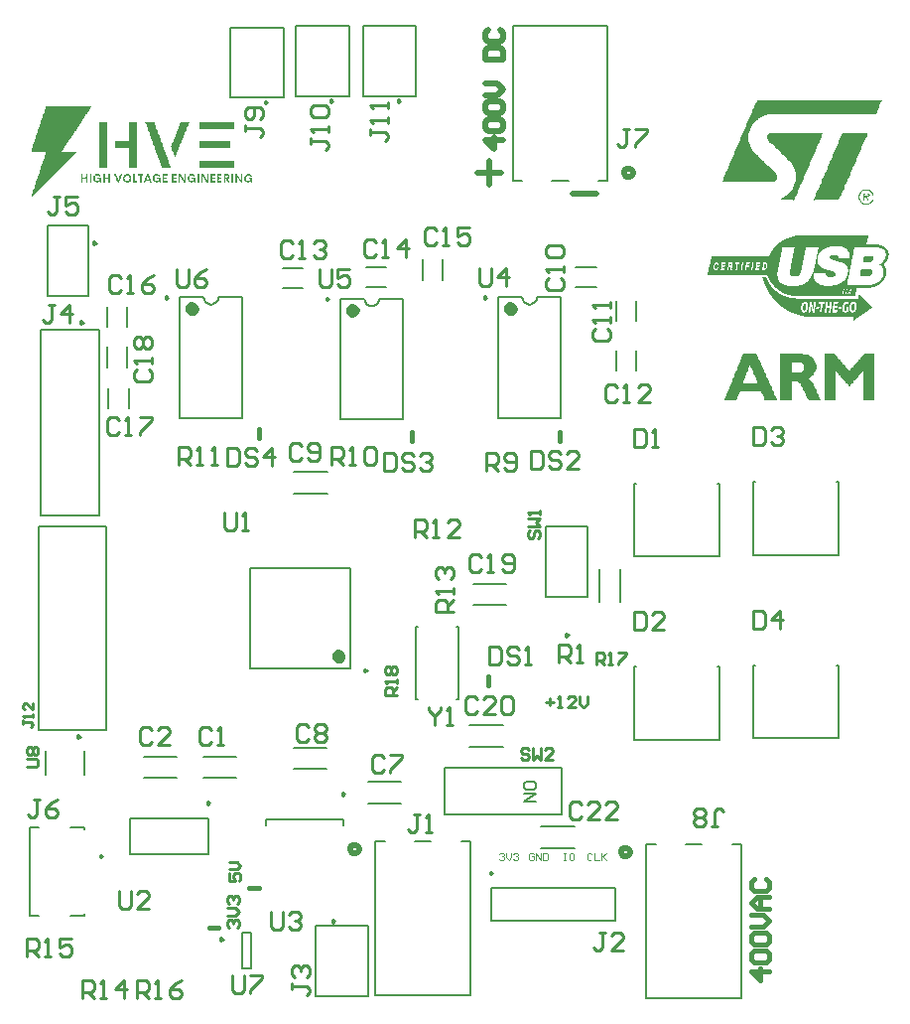
<source format=gto>
G04*
G04 #@! TF.GenerationSoftware,Altium Limited,Altium Designer,23.10.1 (27)*
G04*
G04 Layer_Color=65535*
%FSLAX25Y25*%
%MOIN*%
G70*
G04*
G04 #@! TF.SameCoordinates,29CFA998-7EC6-4FDD-B126-FBB6EF8C8D2F*
G04*
G04*
G04 #@! TF.FilePolarity,Positive*
G04*
G01*
G75*
%ADD10C,0.02000*%
%ADD11C,0.00984*%
%ADD12C,0.02362*%
%ADD13C,0.00787*%
%ADD14C,0.00600*%
%ADD15C,0.01575*%
%ADD16C,0.01000*%
%ADD17C,0.00394*%
%ADD18C,0.01968*%
G36*
X71735Y294053D02*
X60219D01*
Y296521D01*
X71735D01*
Y294053D01*
D02*
G37*
G36*
X70501Y287677D02*
X60219D01*
Y290145D01*
X70501D01*
Y287677D01*
D02*
G37*
G36*
X56722Y296109D02*
X56517D01*
Y295698D01*
X56311D01*
Y295081D01*
X56105D01*
Y294670D01*
X55900D01*
Y294053D01*
X55694D01*
Y293641D01*
X55488D01*
Y293230D01*
X55283D01*
Y292613D01*
X55077D01*
Y292202D01*
X54871D01*
Y291585D01*
X54666D01*
Y291174D01*
X54460D01*
Y290557D01*
X54255D01*
Y290145D01*
X54049D01*
Y289528D01*
X53843D01*
Y289117D01*
X53637D01*
Y288500D01*
X53432D01*
Y288089D01*
X53226D01*
Y287472D01*
X53021D01*
Y287060D01*
X52815D01*
Y286649D01*
X52609D01*
Y286032D01*
X52404D01*
Y285621D01*
X52198D01*
Y285004D01*
X51992D01*
Y284798D01*
X51787D01*
Y285415D01*
X51581D01*
Y285826D01*
X51375D01*
Y286443D01*
X51170D01*
Y286855D01*
X50964D01*
Y287472D01*
X50758D01*
Y288089D01*
X50553D01*
Y288500D01*
X50758D01*
Y289117D01*
X50964D01*
Y289528D01*
X51170D01*
Y289940D01*
X51375D01*
Y290557D01*
X51581D01*
Y290968D01*
X51787D01*
Y291585D01*
X51992D01*
Y291996D01*
X52198D01*
Y292613D01*
X52404D01*
Y293024D01*
X52609D01*
Y293436D01*
X52815D01*
Y294053D01*
X53021D01*
Y294464D01*
X53226D01*
Y295081D01*
X53432D01*
Y295492D01*
X53637D01*
Y296109D01*
X53843D01*
Y296521D01*
X56722D01*
Y296109D01*
D02*
G37*
G36*
X71735Y281096D02*
X60219D01*
Y283564D01*
X71735D01*
Y281096D01*
D02*
G37*
G36*
X45000Y295904D02*
X45206D01*
Y295492D01*
X45411D01*
Y294875D01*
X45617D01*
Y294258D01*
X45823D01*
Y293847D01*
X46028D01*
Y293230D01*
X46234D01*
Y292613D01*
X46440D01*
Y292202D01*
X46645D01*
Y291585D01*
X46851D01*
Y291174D01*
X47056D01*
Y290557D01*
X47262D01*
Y289940D01*
X47468D01*
Y289528D01*
X47673D01*
Y288911D01*
X47879D01*
Y288294D01*
X48085D01*
Y287677D01*
X48291D01*
Y287472D01*
Y287060D01*
X48496D01*
Y286649D01*
X48702D01*
Y286032D01*
X48908D01*
Y285415D01*
X49113D01*
Y284798D01*
X49319D01*
Y284181D01*
X49524D01*
Y283770D01*
X49730D01*
Y283153D01*
X49936D01*
Y282536D01*
X50141D01*
Y281919D01*
X50347D01*
Y281302D01*
X50553D01*
Y281096D01*
X47468D01*
Y281713D01*
X47262D01*
Y282330D01*
X47056D01*
Y282742D01*
X46851D01*
Y283359D01*
X46645D01*
Y283976D01*
X46440D01*
Y284593D01*
X46234D01*
Y285004D01*
X46028D01*
Y285621D01*
X45823D01*
Y286238D01*
X45617D01*
Y286649D01*
X45411D01*
Y287266D01*
X45206D01*
Y287883D01*
X45000D01*
Y288500D01*
X44794D01*
Y288911D01*
X44589D01*
Y289528D01*
X44383D01*
Y290145D01*
X44177D01*
Y290762D01*
X43972D01*
Y291379D01*
X43766D01*
Y291791D01*
X43560D01*
Y292407D01*
X43355D01*
Y293024D01*
X43149D01*
Y293641D01*
X42943D01*
Y294053D01*
X42738D01*
Y294670D01*
X42532D01*
Y295287D01*
X42327D01*
Y295904D01*
X42121D01*
Y296315D01*
X41915D01*
Y296521D01*
X45000D01*
Y295904D01*
D02*
G37*
G36*
X39242Y295287D02*
Y295081D01*
Y281096D01*
X36568D01*
Y287677D01*
X31838D01*
Y290145D01*
X36568D01*
Y296521D01*
X39242D01*
Y295287D01*
D02*
G37*
G36*
X29164Y281096D02*
X26491D01*
Y291585D01*
Y291791D01*
Y296521D01*
X29164D01*
Y281096D01*
D02*
G37*
G36*
X77082Y278834D02*
X77494D01*
Y278628D01*
X77699D01*
Y278217D01*
X77082D01*
Y278423D01*
X76671D01*
Y278628D01*
X76465D01*
Y278423D01*
X76054D01*
Y278217D01*
X75848D01*
Y277806D01*
X75643D01*
Y277600D01*
X75848D01*
Y276983D01*
X76054D01*
Y276778D01*
X77082D01*
Y276983D01*
X77288D01*
Y277395D01*
X76671D01*
Y277806D01*
X77905D01*
Y276161D01*
X77494D01*
Y276572D01*
X77288D01*
Y276366D01*
X76877D01*
Y276161D01*
X76054D01*
Y276366D01*
X75643D01*
Y276572D01*
X75437D01*
Y276983D01*
X75231D01*
Y278217D01*
X75437D01*
Y278628D01*
X75643D01*
Y278834D01*
X76054D01*
Y279040D01*
X77082D01*
Y278834D01*
D02*
G37*
G36*
X58162D02*
X58368D01*
Y278628D01*
X58573D01*
Y278217D01*
X58162D01*
Y278423D01*
X57751D01*
Y278628D01*
X57339D01*
Y278423D01*
X56928D01*
Y278217D01*
X56722D01*
Y277189D01*
X56928D01*
Y276778D01*
X58162D01*
Y277395D01*
X57545D01*
Y277806D01*
X58779D01*
Y276161D01*
X58368D01*
Y276366D01*
X57956D01*
Y276161D01*
X57134D01*
Y276366D01*
X56722D01*
Y276572D01*
X56517D01*
Y276778D01*
X56311D01*
Y277189D01*
X56105D01*
Y278012D01*
X56311D01*
Y278423D01*
X56517D01*
Y278628D01*
X56722D01*
Y278834D01*
X56928D01*
Y279040D01*
X58162D01*
Y278834D01*
D02*
G37*
G36*
X46234D02*
X46645D01*
Y278628D01*
X46851D01*
Y278217D01*
X46440D01*
Y278423D01*
X46028D01*
Y278628D01*
X45617D01*
Y278423D01*
X45206D01*
Y278217D01*
X45000D01*
Y277189D01*
X45206D01*
Y276778D01*
X46440D01*
Y277395D01*
X45823D01*
Y277806D01*
X47056D01*
Y276161D01*
X46645D01*
Y276572D01*
X46440D01*
Y276366D01*
X46234D01*
Y276161D01*
X45411D01*
Y276366D01*
X45000D01*
Y276572D01*
X44794D01*
Y276778D01*
X44589D01*
Y276983D01*
X44383D01*
Y278217D01*
X44589D01*
Y278628D01*
X44794D01*
Y278834D01*
X45206D01*
Y279040D01*
X46234D01*
Y278834D01*
D02*
G37*
G36*
X26491D02*
X26697D01*
Y278628D01*
X26902D01*
Y278217D01*
X26491D01*
Y278423D01*
X26080D01*
Y278628D01*
X25668D01*
Y278423D01*
X25257D01*
Y278217D01*
X25051D01*
Y277189D01*
X25257D01*
Y276778D01*
X26491D01*
Y277395D01*
X25874D01*
Y277806D01*
X27108D01*
Y277395D01*
Y277189D01*
Y276161D01*
X26697D01*
Y276366D01*
X26285D01*
Y276161D01*
X25463D01*
Y276366D01*
X25051D01*
Y276572D01*
X24846D01*
Y276778D01*
X24640D01*
Y277189D01*
X24434D01*
Y278012D01*
X24640D01*
Y278423D01*
X24846D01*
Y278628D01*
X25051D01*
Y278834D01*
X25257D01*
Y279040D01*
X26491D01*
Y278834D01*
D02*
G37*
G36*
X29987Y276161D02*
X29576D01*
Y277395D01*
X28342D01*
Y276161D01*
X27725D01*
Y279040D01*
X28342D01*
Y277806D01*
X29576D01*
Y279040D01*
X29987D01*
Y276161D01*
D02*
G37*
G36*
X22583D02*
X22172D01*
Y277395D01*
X20938D01*
Y276161D01*
X20321D01*
Y279040D01*
X20938D01*
Y278012D01*
Y277806D01*
X21967D01*
Y278012D01*
X22172D01*
Y279040D01*
X22583D01*
Y276161D01*
D02*
G37*
G36*
X74614D02*
X73997D01*
Y276366D01*
X73792D01*
Y276778D01*
X73586D01*
Y276983D01*
X73381D01*
Y277395D01*
X73175D01*
Y277806D01*
X72969D01*
Y278012D01*
X72764D01*
Y276161D01*
X72146D01*
Y279040D01*
X72764D01*
Y278834D01*
X72969D01*
Y278628D01*
X73175D01*
Y278217D01*
X73381D01*
Y278012D01*
X73586D01*
Y277600D01*
X73792D01*
Y277189D01*
X73997D01*
Y279040D01*
X74614D01*
Y276161D01*
D02*
G37*
G36*
X63098D02*
X62481D01*
Y276572D01*
X62275D01*
Y276778D01*
X62069D01*
Y277189D01*
X61864D01*
Y277600D01*
X61658D01*
Y277806D01*
X61452D01*
Y278012D01*
X61247D01*
Y276161D01*
X60835D01*
Y277806D01*
Y278012D01*
Y279040D01*
X61452D01*
Y278834D01*
X61658D01*
Y278423D01*
X61864D01*
Y278012D01*
X62069D01*
Y277806D01*
X62275D01*
Y277395D01*
X62481D01*
Y277189D01*
X62686D01*
Y279040D01*
X63098D01*
Y276161D01*
D02*
G37*
G36*
X55488D02*
X54871D01*
Y276572D01*
X54666D01*
Y276778D01*
X54460D01*
Y277189D01*
X54255D01*
Y277600D01*
X54049D01*
Y277806D01*
X53843D01*
Y278012D01*
X53637D01*
Y276161D01*
X53226D01*
Y279040D01*
X53843D01*
Y278834D01*
X54049D01*
Y278423D01*
X54255D01*
Y278012D01*
X54460D01*
Y277806D01*
X54666D01*
Y277395D01*
X54871D01*
Y277189D01*
X55077D01*
Y277600D01*
Y277806D01*
Y279040D01*
X55488D01*
Y276161D01*
D02*
G37*
G36*
X34100Y278423D02*
X33895D01*
Y277806D01*
X33689D01*
Y277395D01*
X33483D01*
Y276778D01*
X33278D01*
Y276366D01*
X33072D01*
Y276161D01*
X32661D01*
Y276366D01*
X32455D01*
Y276778D01*
X32249D01*
Y277395D01*
X32044D01*
Y278012D01*
X31838D01*
Y278423D01*
X31632D01*
Y279040D01*
X32044D01*
Y278834D01*
X32249D01*
Y278423D01*
X32455D01*
Y277806D01*
X32661D01*
Y277189D01*
X33072D01*
Y277806D01*
X33278D01*
Y278423D01*
X33483D01*
Y278834D01*
X33689D01*
Y279040D01*
X34100D01*
Y278423D01*
D02*
G37*
G36*
X289467Y303558D02*
X289182D01*
Y302989D01*
X288898D01*
Y302420D01*
X288613D01*
Y301567D01*
X288329D01*
Y300998D01*
X288044D01*
Y300429D01*
X287760D01*
Y299576D01*
X287476D01*
Y299007D01*
X250782D01*
Y298722D01*
X249929D01*
Y298438D01*
X249076D01*
Y298153D01*
X248507D01*
Y297869D01*
X247938D01*
Y297585D01*
X247653D01*
Y297300D01*
X247369D01*
Y297016D01*
X247084D01*
Y296731D01*
X246800D01*
Y296447D01*
X246515D01*
Y296162D01*
X246231D01*
Y295878D01*
X245947D01*
Y295593D01*
X245662D01*
Y295024D01*
X245378D01*
Y294456D01*
X245093D01*
Y293602D01*
X244809D01*
Y292749D01*
X244524D01*
Y289904D01*
X244809D01*
Y289051D01*
X245093D01*
Y288198D01*
X245378D01*
Y287629D01*
X245662D01*
Y287345D01*
X245947D01*
Y286776D01*
X246231D01*
Y286491D01*
X246515D01*
Y286207D01*
X246800D01*
Y285922D01*
X247084D01*
Y285638D01*
X247369D01*
Y285353D01*
X247653D01*
Y285069D01*
X247938D01*
Y284785D01*
X248222D01*
Y284500D01*
X248507D01*
Y284216D01*
X248791D01*
Y283931D01*
X249076D01*
Y283647D01*
X249360D01*
Y283362D01*
X249644D01*
Y283078D01*
X249929D01*
Y282793D01*
X250213D01*
Y282509D01*
X250498D01*
Y282224D01*
X250782D01*
Y281940D01*
X251067D01*
Y281656D01*
X251636D01*
Y281371D01*
X251920D01*
Y281087D01*
X252204D01*
Y280802D01*
X252489D01*
Y280518D01*
X252773D01*
Y280233D01*
X253058D01*
Y279949D01*
X253342D01*
Y279664D01*
X253627D01*
Y279380D01*
X253911D01*
Y278811D01*
X254196D01*
Y277104D01*
X253911D01*
Y276820D01*
X253342D01*
Y276536D01*
X235707D01*
Y276820D01*
X235991D01*
Y277673D01*
X236276D01*
Y278242D01*
X236560D01*
Y278811D01*
X236844D01*
Y279664D01*
X237129D01*
Y280233D01*
X237413D01*
Y280802D01*
X237698D01*
Y281656D01*
X237982D01*
Y282224D01*
X238267D01*
Y282793D01*
X238551D01*
Y283647D01*
X238836D01*
Y284216D01*
X239120D01*
Y284785D01*
X239404D01*
Y285638D01*
X239689D01*
Y286207D01*
X239973D01*
Y286776D01*
X240258D01*
Y287629D01*
X240542D01*
Y288198D01*
X240827D01*
Y288767D01*
X241111D01*
Y289620D01*
X241396D01*
Y290189D01*
X241680D01*
Y290758D01*
X241964D01*
Y291611D01*
X242249D01*
Y292180D01*
X242533D01*
Y292749D01*
X242818D01*
Y293602D01*
X243102D01*
Y294171D01*
X243387D01*
Y294740D01*
X243671D01*
Y295593D01*
X243955D01*
Y296162D01*
X244240D01*
Y296731D01*
X244524D01*
Y297585D01*
X244809D01*
Y298153D01*
X245093D01*
Y298722D01*
X245378D01*
Y299576D01*
X245662D01*
Y300145D01*
X245947D01*
Y300713D01*
X246231D01*
Y301282D01*
X246515D01*
Y302136D01*
X246800D01*
Y302704D01*
X247084D01*
Y303273D01*
X247369D01*
Y303842D01*
X289467D01*
Y303558D01*
D02*
G37*
G36*
X71530Y276161D02*
X70913D01*
Y279040D01*
X71530D01*
Y276161D01*
D02*
G37*
G36*
X69679Y278834D02*
X70090D01*
Y277600D01*
X69679D01*
Y277395D01*
Y277189D01*
X69884D01*
Y276983D01*
X70090D01*
Y276572D01*
X70296D01*
Y276161D01*
X69884D01*
Y276366D01*
X69679D01*
Y276572D01*
X69473D01*
Y276983D01*
X69267D01*
Y277395D01*
X68856D01*
Y276161D01*
X68445D01*
Y279040D01*
X69679D01*
Y278834D01*
D02*
G37*
G36*
X67622Y278423D02*
X66594D01*
Y278012D01*
X66799D01*
Y277806D01*
X67622D01*
Y277395D01*
X66799D01*
Y277189D01*
X66594D01*
Y276778D01*
X67622D01*
Y276161D01*
X66183D01*
Y279040D01*
X67622D01*
Y278423D01*
D02*
G37*
G36*
X65566D02*
X64537D01*
Y277806D01*
X65360D01*
Y277395D01*
X64537D01*
Y276778D01*
X65566D01*
Y276161D01*
X63920D01*
Y279040D01*
X65566D01*
Y278423D01*
D02*
G37*
G36*
X60013Y277395D02*
Y277189D01*
Y276161D01*
X59396D01*
Y279040D01*
X60013D01*
Y277395D01*
D02*
G37*
G36*
X52609Y278423D02*
X51581D01*
Y277806D01*
X52404D01*
Y277395D01*
X51581D01*
Y276778D01*
X52609D01*
Y276161D01*
X50964D01*
Y279040D01*
X52609D01*
Y278423D01*
D02*
G37*
G36*
X49319D02*
X48291D01*
Y277806D01*
X49113D01*
Y277395D01*
X48291D01*
Y276778D01*
X49319D01*
Y276161D01*
X47673D01*
Y276366D01*
Y276572D01*
Y279040D01*
X49319D01*
Y278423D01*
D02*
G37*
G36*
X43149Y278834D02*
Y278628D01*
X43355D01*
Y278217D01*
X43560D01*
Y277600D01*
X43766D01*
Y276983D01*
X43972D01*
Y276366D01*
X44177D01*
Y276161D01*
X43560D01*
Y276572D01*
X43355D01*
Y276778D01*
X42121D01*
Y276366D01*
X41915D01*
Y276161D01*
X41504D01*
Y276778D01*
X41710D01*
Y277189D01*
X41915D01*
Y277806D01*
X42121D01*
Y278423D01*
X42327D01*
Y278834D01*
X42532D01*
Y279040D01*
X43149D01*
Y278834D01*
D02*
G37*
G36*
X41298D02*
Y278628D01*
Y278423D01*
X40681D01*
Y276161D01*
X40064D01*
Y278423D01*
X39447D01*
Y279040D01*
X41298D01*
Y278834D01*
D02*
G37*
G36*
X38419Y278012D02*
Y277806D01*
Y276778D01*
X39242D01*
Y276161D01*
X37802D01*
Y279040D01*
X38419D01*
Y278012D01*
D02*
G37*
G36*
X36362Y278834D02*
X36774D01*
Y278628D01*
X36979D01*
Y278423D01*
X37185D01*
Y276983D01*
X36979D01*
Y276572D01*
X36774D01*
Y276366D01*
X36362D01*
Y276161D01*
X35334D01*
Y276366D01*
X34923D01*
Y276572D01*
X34717D01*
Y276983D01*
X34512D01*
Y278217D01*
X34717D01*
Y278628D01*
X34923D01*
Y278834D01*
X35334D01*
Y279040D01*
X36362D01*
Y278834D01*
D02*
G37*
G36*
X23818Y276161D02*
X23406D01*
Y278628D01*
Y278834D01*
Y279040D01*
X23818D01*
Y276161D01*
D02*
G37*
G36*
X285200Y272269D02*
X285484D01*
Y271700D01*
X285200D01*
Y271416D01*
X284631D01*
Y270847D01*
X284915D01*
Y270278D01*
X285200D01*
Y269993D01*
X284631D01*
Y270562D01*
X284347D01*
Y270847D01*
X284062D01*
Y271131D01*
X283493D01*
Y269993D01*
X283209D01*
Y272553D01*
X283778D01*
Y272269D01*
X283493D01*
Y271700D01*
X284915D01*
Y272269D01*
X284347D01*
Y272553D01*
X285200D01*
Y272269D01*
D02*
G37*
G36*
X24023Y301662D02*
X23818D01*
Y301456D01*
X23612D01*
Y301045D01*
X23406D01*
Y300839D01*
X23201D01*
Y300428D01*
X22995D01*
Y300222D01*
X22789D01*
Y299811D01*
X22583D01*
Y299605D01*
X22378D01*
Y299194D01*
X22172D01*
Y298988D01*
X21967D01*
Y298577D01*
X21761D01*
Y298372D01*
X21555D01*
Y297960D01*
X21350D01*
Y297755D01*
X21144D01*
Y297343D01*
X20938D01*
Y297137D01*
X20733D01*
Y296726D01*
X20527D01*
Y296521D01*
X20321D01*
Y296109D01*
X20116D01*
Y295904D01*
X19910D01*
Y295492D01*
X19704D01*
Y295287D01*
X19499D01*
Y294875D01*
X19293D01*
Y294670D01*
X19087D01*
Y294258D01*
X18882D01*
Y294053D01*
X18676D01*
Y293641D01*
X18470D01*
Y293436D01*
X18265D01*
Y293024D01*
X18059D01*
Y292819D01*
X17853D01*
Y292407D01*
X17648D01*
Y292202D01*
X17442D01*
Y291791D01*
X17236D01*
Y291585D01*
X17031D01*
Y291174D01*
X16825D01*
Y290968D01*
X16620D01*
Y290557D01*
X16414D01*
Y290351D01*
X16208D01*
Y289940D01*
X16003D01*
Y289734D01*
X15797D01*
Y289323D01*
X15591D01*
Y289117D01*
X15386D01*
Y288706D01*
X15180D01*
Y288500D01*
X14974D01*
Y288089D01*
X14769D01*
Y287883D01*
X14563D01*
Y287472D01*
X14357D01*
Y287266D01*
X14152D01*
Y286855D01*
X13946D01*
Y286649D01*
X13740D01*
Y286443D01*
X18882D01*
Y286238D01*
X18676D01*
Y286032D01*
X18470D01*
Y285826D01*
X18265D01*
Y285621D01*
X18059D01*
Y285415D01*
X17853D01*
Y285209D01*
X17648D01*
Y285004D01*
X17442D01*
Y284798D01*
X17236D01*
Y284593D01*
X17031D01*
Y284387D01*
X16825D01*
Y284181D01*
X16620D01*
Y283976D01*
X16414D01*
Y283770D01*
X16208D01*
Y283564D01*
X16003D01*
Y283359D01*
X15797D01*
Y283153D01*
X15591D01*
Y282947D01*
X15386D01*
Y282742D01*
X15180D01*
Y282536D01*
X14974D01*
Y282330D01*
X14769D01*
Y282125D01*
X14563D01*
Y281919D01*
X14357D01*
Y281713D01*
X14152D01*
Y281508D01*
X13946D01*
Y281302D01*
X13740D01*
Y281096D01*
X13535D01*
Y280891D01*
X13329D01*
Y280685D01*
X13123D01*
Y280479D01*
X12918D01*
Y280274D01*
X12712D01*
Y280068D01*
X12506D01*
Y279862D01*
X12301D01*
Y279657D01*
X12095D01*
Y279451D01*
X11890D01*
Y279245D01*
X11684D01*
Y279040D01*
X11478D01*
Y278834D01*
X11272D01*
Y278628D01*
X11067D01*
Y278423D01*
X10861D01*
Y278217D01*
X10655D01*
Y278012D01*
X10450D01*
Y277806D01*
X10244D01*
Y277600D01*
X10039D01*
Y277395D01*
X9833D01*
Y277189D01*
X9627D01*
Y276983D01*
X9422D01*
Y276778D01*
X9216D01*
Y276572D01*
X9010D01*
Y276366D01*
X8805D01*
Y276161D01*
X8599D01*
Y275955D01*
X8393D01*
Y275749D01*
X8188D01*
Y275544D01*
X7982D01*
Y275338D01*
X7776D01*
Y275132D01*
X7571D01*
Y274927D01*
X7365D01*
Y274721D01*
X7159D01*
Y274515D01*
X6954D01*
Y274310D01*
X6748D01*
Y274104D01*
X6542D01*
Y273899D01*
X6337D01*
Y273693D01*
X6131D01*
Y273487D01*
X5926D01*
Y273282D01*
X5720D01*
Y273076D01*
X5514D01*
Y272870D01*
X5308D01*
Y272664D01*
X5103D01*
Y272459D01*
X4897D01*
Y272253D01*
X4691D01*
Y272048D01*
X4486D01*
Y271842D01*
X4280D01*
Y271636D01*
X4075D01*
Y271431D01*
X3869D01*
Y271225D01*
X3663D01*
Y271842D01*
X3869D01*
Y272459D01*
X4075D01*
Y273076D01*
X4280D01*
Y273693D01*
X4486D01*
Y274310D01*
X4691D01*
Y274927D01*
X4897D01*
Y275544D01*
X5103D01*
Y276161D01*
X5308D01*
Y276778D01*
X5514D01*
Y277395D01*
X5720D01*
Y278012D01*
X5926D01*
Y278628D01*
X6131D01*
Y279245D01*
X6337D01*
Y279862D01*
X6542D01*
Y280479D01*
X6748D01*
Y281096D01*
X6954D01*
Y281713D01*
X7159D01*
Y282330D01*
X7365D01*
Y282947D01*
X7571D01*
Y283564D01*
X7776D01*
Y284181D01*
X7982D01*
Y284798D01*
X8188D01*
Y285415D01*
X8393D01*
Y286032D01*
X8599D01*
Y286443D01*
X3458D01*
Y286649D01*
X3663D01*
Y287266D01*
X3869D01*
Y287883D01*
X4075D01*
Y288500D01*
X4280D01*
Y289117D01*
X4486D01*
Y289734D01*
X4691D01*
Y290351D01*
X4897D01*
Y290968D01*
X5103D01*
Y291585D01*
X5308D01*
Y292202D01*
X5514D01*
Y292819D01*
X5720D01*
Y293024D01*
Y293230D01*
Y293436D01*
X5926D01*
Y294053D01*
X6131D01*
Y294670D01*
X6337D01*
Y295287D01*
X6542D01*
Y295904D01*
X6748D01*
Y296521D01*
X6954D01*
Y297137D01*
X7159D01*
Y297755D01*
X7365D01*
Y298372D01*
X7571D01*
Y298988D01*
X7776D01*
Y299605D01*
X7982D01*
Y300222D01*
X8188D01*
Y300839D01*
X8393D01*
Y301456D01*
X8599D01*
Y301868D01*
X24023D01*
Y301662D01*
D02*
G37*
G36*
X3663Y271019D02*
X3458D01*
Y271225D01*
X3663D01*
Y271019D01*
D02*
G37*
G36*
X284631Y292464D02*
X284347D01*
Y291611D01*
X284062D01*
Y291042D01*
X283778D01*
Y290473D01*
X283493D01*
Y289904D01*
X283209D01*
Y289051D01*
X282924D01*
Y288482D01*
X282640D01*
Y287913D01*
X282355D01*
Y287060D01*
X282071D01*
Y286491D01*
X281787D01*
Y285922D01*
X281502D01*
Y285069D01*
X281218D01*
Y284500D01*
X280933D01*
Y283931D01*
X280649D01*
Y283078D01*
X280364D01*
Y282509D01*
X280080D01*
Y281940D01*
X279796D01*
Y281371D01*
X279511D01*
Y280518D01*
X279227D01*
Y279949D01*
X278942D01*
Y279380D01*
X278658D01*
Y278527D01*
X278373D01*
Y277958D01*
X278089D01*
Y277389D01*
X277804D01*
Y276536D01*
X277520D01*
Y275967D01*
X277236D01*
Y275398D01*
X276951D01*
Y274545D01*
X276667D01*
Y273976D01*
X276382D01*
Y273407D01*
X276098D01*
Y272838D01*
X275813D01*
Y271985D01*
X275529D01*
Y271416D01*
X275244D01*
Y270847D01*
X274960D01*
Y270278D01*
X274676D01*
Y270562D01*
X266711D01*
Y270278D01*
X266427D01*
Y270847D01*
X266711D01*
Y271416D01*
X266996D01*
Y271985D01*
X267280D01*
Y272838D01*
X267564D01*
Y273407D01*
X267849D01*
Y273976D01*
X268133D01*
Y274545D01*
X268418D01*
Y275398D01*
X268702D01*
Y275967D01*
X268987D01*
Y276536D01*
X269271D01*
Y277389D01*
X269555D01*
Y277958D01*
X269840D01*
Y278527D01*
X270124D01*
Y279380D01*
X270409D01*
Y279949D01*
X270693D01*
Y280518D01*
X270978D01*
Y281371D01*
X271262D01*
Y281940D01*
X271547D01*
Y282509D01*
X271831D01*
Y283362D01*
X272115D01*
Y283931D01*
X272400D01*
Y284500D01*
X272684D01*
Y285069D01*
X272969D01*
Y285922D01*
X273253D01*
Y286491D01*
X273538D01*
Y287060D01*
X273822D01*
Y287913D01*
X274107D01*
Y288482D01*
X274391D01*
Y289051D01*
X274676D01*
Y289904D01*
X274960D01*
Y290473D01*
X275244D01*
Y291042D01*
X275529D01*
Y291896D01*
X275813D01*
Y292464D01*
X276098D01*
Y292749D01*
X284631D01*
Y292464D01*
D02*
G37*
G36*
X269555D02*
X269271D01*
Y291611D01*
X268987D01*
Y291042D01*
X268702D01*
Y290473D01*
X268418D01*
Y289620D01*
X268133D01*
Y289051D01*
X267849D01*
Y288482D01*
X267564D01*
Y287629D01*
X267280D01*
Y287060D01*
X266996D01*
Y286491D01*
X266711D01*
Y285922D01*
X266427D01*
Y285069D01*
X266142D01*
Y284500D01*
X265858D01*
Y283931D01*
X265573D01*
Y283078D01*
X265289D01*
Y282509D01*
X265004D01*
Y281940D01*
X264720D01*
Y281087D01*
X264436D01*
Y280518D01*
X264151D01*
Y279949D01*
X263867D01*
Y279096D01*
X263582D01*
Y278527D01*
X263298D01*
Y277958D01*
X263013D01*
Y277104D01*
X262729D01*
Y276536D01*
X262444D01*
Y275967D01*
X262160D01*
Y275398D01*
X261876D01*
Y274545D01*
X261591D01*
Y273976D01*
X261307D01*
Y273407D01*
X261022D01*
Y272553D01*
X260738D01*
Y271985D01*
X260453D01*
Y271416D01*
X260169D01*
Y270562D01*
X259884D01*
Y270278D01*
X259600D01*
Y270562D01*
X255333D01*
Y270847D01*
X255902D01*
Y271131D01*
X256471D01*
Y271416D01*
X256755D01*
Y271700D01*
X257324D01*
Y271985D01*
X257609D01*
Y272269D01*
X257893D01*
Y272553D01*
X258178D01*
Y272838D01*
X258462D01*
Y273122D01*
X258747D01*
Y273407D01*
X259031D01*
Y273691D01*
X259315D01*
Y274260D01*
X259600D01*
Y274829D01*
X259884D01*
Y275682D01*
X260169D01*
Y276536D01*
X260453D01*
Y279949D01*
X260169D01*
Y280802D01*
X259884D01*
Y281371D01*
X259600D01*
Y281940D01*
X259315D01*
Y282224D01*
X259031D01*
Y282793D01*
X258747D01*
Y283078D01*
X258462D01*
Y283362D01*
X258178D01*
Y283647D01*
X257893D01*
Y283931D01*
X257609D01*
Y284216D01*
X257324D01*
Y284500D01*
X257040D01*
Y284785D01*
X256755D01*
Y285069D01*
X256471D01*
Y285353D01*
X256187D01*
Y285638D01*
X255902D01*
Y285922D01*
X255618D01*
Y286207D01*
X255333D01*
Y286491D01*
X255049D01*
Y286776D01*
X254764D01*
Y287060D01*
X254480D01*
Y287345D01*
X254196D01*
Y287629D01*
X253911D01*
Y287913D01*
X253627D01*
Y288198D01*
X253342D01*
Y288482D01*
X253058D01*
Y288767D01*
X252773D01*
Y289051D01*
X252204D01*
Y289336D01*
X251920D01*
Y289620D01*
X251636D01*
Y289904D01*
X251351D01*
Y290189D01*
X251067D01*
Y290758D01*
X250782D01*
Y292180D01*
X251067D01*
Y292464D01*
X251351D01*
Y292749D01*
X269555D01*
Y292464D01*
D02*
G37*
G36*
X284347Y273691D02*
X285484D01*
Y273407D01*
X285769D01*
Y273122D01*
X286053D01*
Y272838D01*
X286338D01*
Y272269D01*
X286622D01*
Y270278D01*
X286338D01*
Y269709D01*
X286053D01*
Y269424D01*
X285769D01*
Y269140D01*
X285200D01*
Y269424D01*
X285484D01*
Y269709D01*
X285769D01*
Y269993D01*
X286053D01*
Y270562D01*
X286338D01*
Y271985D01*
X286053D01*
Y272553D01*
X285769D01*
Y272838D01*
X285484D01*
Y273122D01*
X285200D01*
Y273407D01*
X282924D01*
Y273691D01*
X283778D01*
Y273976D01*
X284347D01*
Y273691D01*
D02*
G37*
G36*
X282924Y273122D02*
X282640D01*
Y272838D01*
X282355D01*
Y272553D01*
X282071D01*
Y271700D01*
X281787D01*
Y270847D01*
X282071D01*
Y269993D01*
X282355D01*
Y269709D01*
X282640D01*
Y269424D01*
X283209D01*
Y269140D01*
X285200D01*
Y268856D01*
X282924D01*
Y269140D01*
X282355D01*
Y269424D01*
X282071D01*
Y269993D01*
X281787D01*
Y270562D01*
X281502D01*
Y272269D01*
X281787D01*
Y272838D01*
X282071D01*
Y273122D01*
X282355D01*
Y273407D01*
X282924D01*
Y273122D01*
D02*
G37*
G36*
X284886Y258588D02*
X284835D01*
Y258333D01*
X284784D01*
Y258130D01*
X284733D01*
Y257876D01*
X284682D01*
Y257622D01*
X284632D01*
Y257418D01*
X284581D01*
Y257164D01*
X284530D01*
Y256961D01*
X284479D01*
Y256707D01*
X284428D01*
Y256452D01*
X284378D01*
Y256198D01*
X284327D01*
Y255995D01*
X284276D01*
Y255741D01*
X284225D01*
Y255487D01*
X285852D01*
Y255436D01*
X287834D01*
Y255385D01*
X288088D01*
Y255334D01*
X288342D01*
Y255283D01*
X288546D01*
Y255233D01*
X288749D01*
Y255182D01*
X288902D01*
Y255131D01*
X289054D01*
Y255080D01*
X289207D01*
Y255029D01*
X289359D01*
Y254978D01*
X289461D01*
Y254927D01*
X289613D01*
Y254877D01*
X289715D01*
Y254826D01*
X289817D01*
Y254775D01*
X289918D01*
Y254724D01*
X289969D01*
Y254673D01*
X290071D01*
Y254623D01*
X290173D01*
Y254572D01*
X290223D01*
Y254521D01*
X290325D01*
Y254470D01*
X290376D01*
Y254419D01*
X290477D01*
Y254368D01*
X290528D01*
Y254317D01*
X290579D01*
Y254267D01*
X290630D01*
Y254216D01*
X290732D01*
Y254165D01*
X290782D01*
Y254114D01*
X290833D01*
Y254063D01*
X290884D01*
Y254012D01*
X290935D01*
Y253962D01*
X290986D01*
Y253860D01*
X291037D01*
Y253809D01*
X291088D01*
Y253758D01*
X291138D01*
Y253708D01*
X291189D01*
Y253606D01*
X291240D01*
Y253504D01*
X291291D01*
Y253453D01*
X291342D01*
Y253352D01*
X291392D01*
Y253199D01*
X291443D01*
Y253098D01*
X291494D01*
Y252945D01*
X291545D01*
Y252742D01*
X291596D01*
Y252487D01*
X291647D01*
Y251674D01*
X291596D01*
Y251369D01*
X291545D01*
Y251166D01*
X291494D01*
Y251013D01*
X291443D01*
Y250861D01*
X291392D01*
Y250708D01*
X291342D01*
Y250607D01*
X291291D01*
Y250454D01*
X291240D01*
Y250353D01*
X291189D01*
Y250251D01*
X291138D01*
Y250149D01*
X291088D01*
Y250047D01*
X291037D01*
Y249997D01*
X290986D01*
Y249895D01*
X290935D01*
Y249844D01*
X290884D01*
Y249743D01*
X290833D01*
Y249692D01*
X290782D01*
Y249590D01*
X290732D01*
Y249539D01*
X290681D01*
Y249488D01*
X290630D01*
Y249387D01*
X290579D01*
Y249336D01*
X290528D01*
Y249285D01*
X290477D01*
Y249234D01*
X290427D01*
Y249132D01*
X290376D01*
Y249082D01*
X290325D01*
Y249031D01*
X290274D01*
Y248980D01*
X290223D01*
Y248929D01*
X290173D01*
Y248878D01*
X290122D01*
Y248828D01*
X290071D01*
Y248777D01*
X290020D01*
Y248675D01*
X290071D01*
Y248573D01*
X290122D01*
Y248522D01*
X290173D01*
Y248472D01*
X290223D01*
Y248370D01*
X290274D01*
Y248268D01*
X290325D01*
Y248218D01*
X290376D01*
Y248116D01*
X290427D01*
Y248014D01*
X290477D01*
Y247913D01*
X290528D01*
Y247760D01*
X290579D01*
Y247658D01*
X290630D01*
Y247506D01*
X290681D01*
Y247353D01*
X290732D01*
Y247150D01*
X290782D01*
Y246896D01*
X290833D01*
Y246489D01*
X290884D01*
Y245930D01*
X290833D01*
Y245473D01*
X290782D01*
Y245218D01*
X290732D01*
Y245015D01*
X290681D01*
Y244812D01*
X290630D01*
Y244659D01*
X290579D01*
Y244557D01*
X290528D01*
Y244405D01*
X290477D01*
Y244303D01*
X290427D01*
Y244202D01*
X290376D01*
Y244100D01*
X290325D01*
Y243998D01*
X290274D01*
Y243897D01*
X290223D01*
Y243795D01*
X290173D01*
Y243744D01*
X290122D01*
Y243642D01*
X290071D01*
Y243541D01*
X290020D01*
Y243490D01*
X289969D01*
Y243439D01*
X289918D01*
Y243337D01*
X289867D01*
Y243287D01*
X289817D01*
Y243236D01*
X289766D01*
Y243134D01*
X289715D01*
Y243083D01*
X289664D01*
Y243033D01*
X289613D01*
Y242982D01*
X289563D01*
Y242931D01*
X289512D01*
Y242829D01*
X289461D01*
Y242778D01*
X289410D01*
Y242727D01*
X289359D01*
Y242677D01*
X289308D01*
Y242626D01*
X289258D01*
Y242575D01*
X289207D01*
Y242524D01*
X289105D01*
Y242473D01*
X289054D01*
Y242423D01*
X289003D01*
Y242372D01*
X288952D01*
Y242321D01*
X288902D01*
Y242270D01*
X288800D01*
Y242219D01*
X288749D01*
Y242168D01*
X288698D01*
Y242118D01*
X288597D01*
Y242067D01*
X288546D01*
Y242016D01*
X288444D01*
Y241965D01*
X288393D01*
Y241914D01*
X288292D01*
Y241863D01*
X288241D01*
Y241812D01*
X288139D01*
Y241762D01*
X288037D01*
Y241711D01*
X287987D01*
Y241660D01*
X287834D01*
Y241609D01*
X287733D01*
Y241558D01*
X287631D01*
Y241508D01*
X287529D01*
Y241457D01*
X287427D01*
Y241406D01*
X287275D01*
Y241355D01*
X287173D01*
Y241304D01*
X287021D01*
Y241253D01*
X286868D01*
Y241202D01*
X286716D01*
Y241152D01*
X286512D01*
Y241101D01*
X286309D01*
Y241050D01*
X286106D01*
Y240999D01*
X285801D01*
Y240948D01*
X285343D01*
Y240897D01*
X280870D01*
Y240643D01*
X280819D01*
Y240389D01*
X280768D01*
Y240135D01*
X280717D01*
Y239881D01*
X280667D01*
Y239627D01*
X280616D01*
Y239372D01*
X280565D01*
Y239118D01*
X280514D01*
Y238864D01*
X280463D01*
Y238610D01*
X280413D01*
Y238356D01*
X280362D01*
Y238102D01*
X280311D01*
Y238000D01*
X260689D01*
Y238051D01*
X260282D01*
Y238102D01*
X259927D01*
Y238153D01*
X259571D01*
Y238203D01*
X259317D01*
Y238254D01*
X259012D01*
Y238305D01*
X258757D01*
Y238356D01*
X258554D01*
Y238407D01*
X258351D01*
Y238457D01*
X258148D01*
Y238508D01*
X257944D01*
Y238559D01*
X257741D01*
Y238610D01*
X257588D01*
Y238661D01*
X257436D01*
Y238712D01*
X257283D01*
Y238762D01*
X257131D01*
Y238813D01*
X257029D01*
Y238864D01*
X256877D01*
Y238915D01*
X256775D01*
Y238966D01*
X256623D01*
Y239017D01*
X256521D01*
Y239068D01*
X256419D01*
Y239118D01*
X256317D01*
Y239169D01*
X256216D01*
Y239220D01*
X256063D01*
Y239271D01*
X255962D01*
Y239322D01*
X255911D01*
Y239372D01*
X255758D01*
Y239423D01*
X255708D01*
Y239474D01*
X255606D01*
Y239525D01*
X255504D01*
Y239576D01*
X255402D01*
Y239627D01*
X255352D01*
Y239678D01*
X255250D01*
Y239728D01*
X255199D01*
Y239779D01*
X255098D01*
Y239830D01*
X255047D01*
Y239881D01*
X254945D01*
Y239932D01*
X254894D01*
Y239983D01*
X254792D01*
Y240033D01*
X254742D01*
Y240084D01*
X254691D01*
Y240135D01*
X254589D01*
Y240186D01*
X254538D01*
Y240237D01*
X254487D01*
Y240287D01*
X254386D01*
Y240338D01*
X254335D01*
Y240389D01*
X254284D01*
Y240440D01*
X254233D01*
Y240491D01*
X254132D01*
Y240542D01*
X254081D01*
Y240593D01*
X254030D01*
Y240643D01*
X253979D01*
Y240694D01*
X253928D01*
Y240745D01*
X253877D01*
Y240796D01*
X253827D01*
Y240847D01*
X253776D01*
Y240897D01*
X253674D01*
Y240948D01*
X253623D01*
Y240999D01*
X253573D01*
Y241050D01*
X253522D01*
Y241101D01*
X253471D01*
Y241152D01*
X253420D01*
Y241202D01*
X253369D01*
Y241253D01*
X253318D01*
Y241304D01*
X253268D01*
Y241355D01*
X253217D01*
Y241457D01*
X253166D01*
Y241508D01*
X253115D01*
Y241558D01*
X253064D01*
Y241609D01*
X253013D01*
Y241660D01*
X252962D01*
Y241711D01*
X252912D01*
Y241762D01*
X252861D01*
Y241812D01*
X252810D01*
Y241914D01*
X252759D01*
Y241965D01*
X252708D01*
Y242016D01*
X252658D01*
Y242067D01*
X252607D01*
Y242168D01*
X252556D01*
Y242219D01*
X252505D01*
Y242270D01*
X252454D01*
Y242321D01*
X252403D01*
Y242423D01*
X252352D01*
Y242473D01*
X252302D01*
Y242524D01*
X252251D01*
Y242626D01*
X252200D01*
Y242677D01*
X252149D01*
Y242727D01*
X252098D01*
Y242829D01*
X252047D01*
Y242880D01*
X251997D01*
Y242982D01*
X251946D01*
Y243033D01*
X251895D01*
Y243134D01*
X251844D01*
Y243185D01*
X251793D01*
Y243287D01*
X251743D01*
Y243337D01*
X251692D01*
Y243439D01*
X251641D01*
Y243541D01*
X251590D01*
Y243592D01*
X251539D01*
Y243693D01*
X251488D01*
Y243795D01*
X251437D01*
Y243846D01*
X251387D01*
Y243948D01*
X251336D01*
Y244049D01*
X251285D01*
Y244100D01*
X251234D01*
Y244202D01*
X251183D01*
Y244303D01*
X251132D01*
Y244405D01*
X251082D01*
Y244507D01*
X251031D01*
Y244608D01*
X250980D01*
Y244710D01*
X250929D01*
Y244812D01*
X250878D01*
Y244913D01*
X250828D01*
Y245015D01*
X230748D01*
Y245066D01*
X230697D01*
Y245167D01*
X230748D01*
Y245320D01*
X230799D01*
Y245574D01*
X230850D01*
Y245778D01*
X230901D01*
Y245981D01*
X230952D01*
Y246184D01*
X231002D01*
Y246388D01*
X231053D01*
Y246642D01*
X231104D01*
Y246845D01*
X231155D01*
Y247048D01*
X231206D01*
Y247252D01*
X231257D01*
Y247506D01*
X231308D01*
Y247709D01*
X231358D01*
Y247913D01*
X231409D01*
Y248116D01*
X231460D01*
Y248319D01*
X231511D01*
Y248522D01*
X231562D01*
Y248726D01*
X231612D01*
Y248929D01*
X231663D01*
Y249183D01*
X231714D01*
Y249387D01*
X231765D01*
Y249590D01*
X231816D01*
Y249793D01*
X231867D01*
Y250047D01*
X231918D01*
Y250251D01*
X231968D01*
Y250454D01*
X232019D01*
Y250658D01*
X232070D01*
Y250912D01*
X232121D01*
Y251115D01*
X232172D01*
Y251318D01*
X232223D01*
Y251420D01*
X251437D01*
Y251522D01*
X251488D01*
Y251623D01*
X251539D01*
Y251725D01*
X251590D01*
Y251827D01*
X251641D01*
Y251928D01*
X251692D01*
Y252030D01*
X251743D01*
Y252132D01*
X251793D01*
Y252233D01*
X251844D01*
Y252335D01*
X251895D01*
Y252437D01*
X251946D01*
Y252538D01*
X251997D01*
Y252640D01*
X252047D01*
Y252691D01*
X252098D01*
Y252793D01*
X252149D01*
Y252894D01*
X252200D01*
Y252945D01*
X252251D01*
Y253047D01*
X252302D01*
Y253098D01*
X252352D01*
Y253199D01*
X252403D01*
Y253250D01*
X252454D01*
Y253352D01*
X252505D01*
Y253402D01*
X252556D01*
Y253504D01*
X252607D01*
Y253555D01*
X252658D01*
Y253657D01*
X252708D01*
Y253708D01*
X252759D01*
Y253758D01*
X252810D01*
Y253860D01*
X252861D01*
Y253911D01*
X252912D01*
Y253962D01*
X252962D01*
Y254012D01*
X253013D01*
Y254114D01*
X253064D01*
Y254165D01*
X253115D01*
Y254216D01*
X253166D01*
Y254267D01*
X253217D01*
Y254368D01*
X253268D01*
Y254419D01*
X253318D01*
Y254470D01*
X253369D01*
Y254521D01*
X253420D01*
Y254572D01*
X253471D01*
Y254623D01*
X253522D01*
Y254673D01*
X253573D01*
Y254724D01*
X253623D01*
Y254775D01*
X253674D01*
Y254826D01*
X253725D01*
Y254927D01*
X253776D01*
Y254978D01*
X253827D01*
Y255029D01*
X253877D01*
Y255080D01*
X253979D01*
Y255131D01*
X254030D01*
Y255182D01*
X254081D01*
Y255233D01*
X254132D01*
Y255283D01*
X254183D01*
Y255334D01*
X254233D01*
Y255385D01*
X254284D01*
Y255436D01*
X254335D01*
Y255487D01*
X254386D01*
Y255538D01*
X254487D01*
Y255588D01*
X254538D01*
Y255639D01*
X254589D01*
Y255690D01*
X254640D01*
Y255741D01*
X254691D01*
Y255792D01*
X254792D01*
Y255842D01*
X254843D01*
Y255893D01*
X254894D01*
Y255944D01*
X254945D01*
Y255995D01*
X255047D01*
Y256046D01*
X255098D01*
Y256097D01*
X255199D01*
Y256148D01*
X255250D01*
Y256198D01*
X255301D01*
Y256249D01*
X255402D01*
Y256300D01*
X255453D01*
Y256351D01*
X255555D01*
Y256402D01*
X255606D01*
Y256452D01*
X255708D01*
Y256503D01*
X255758D01*
Y256554D01*
X255860D01*
Y256605D01*
X255962D01*
Y256656D01*
X256013D01*
Y256707D01*
X256114D01*
Y256757D01*
X256216D01*
Y256808D01*
X256317D01*
Y256859D01*
X256368D01*
Y256910D01*
X256470D01*
Y256961D01*
X256572D01*
Y257012D01*
X256673D01*
Y257063D01*
X256775D01*
Y257113D01*
X256877D01*
Y257164D01*
X256978D01*
Y257215D01*
X257080D01*
Y257266D01*
X257182D01*
Y257317D01*
X257283D01*
Y257367D01*
X257436D01*
Y257418D01*
X257538D01*
Y257469D01*
X257690D01*
Y257520D01*
X257792D01*
Y257571D01*
X257944D01*
Y257622D01*
X258046D01*
Y257673D01*
X258198D01*
Y257723D01*
X258351D01*
Y257774D01*
X258453D01*
Y257825D01*
X258605D01*
Y257876D01*
X258757D01*
Y257927D01*
X258910D01*
Y257978D01*
X259113D01*
Y258028D01*
X259266D01*
Y258079D01*
X259469D01*
Y258130D01*
X259622D01*
Y258181D01*
X259825D01*
Y258232D01*
X260028D01*
Y258282D01*
X260282D01*
Y258333D01*
X260537D01*
Y258384D01*
X260791D01*
Y258435D01*
X261045D01*
Y258486D01*
X261350D01*
Y258537D01*
X261655D01*
Y258588D01*
X262011D01*
Y258638D01*
X284886D01*
Y258588D01*
D02*
G37*
G36*
X250472Y244354D02*
X250522D01*
Y244202D01*
X250573D01*
Y244100D01*
X250624D01*
Y243998D01*
X250675D01*
Y243897D01*
X250726D01*
Y243744D01*
X250777D01*
Y243642D01*
X250828D01*
Y243541D01*
X250878D01*
Y243439D01*
X250929D01*
Y243337D01*
X250980D01*
Y243236D01*
X251031D01*
Y243134D01*
X251082D01*
Y243083D01*
X251132D01*
Y242982D01*
X251183D01*
Y242880D01*
X251234D01*
Y242778D01*
X251285D01*
Y242727D01*
X251336D01*
Y242626D01*
X251387D01*
Y242575D01*
X251437D01*
Y242473D01*
X251488D01*
Y242372D01*
X251539D01*
Y242321D01*
X251590D01*
Y242219D01*
X251641D01*
Y242168D01*
X251692D01*
Y242067D01*
X251743D01*
Y242016D01*
X251793D01*
Y241965D01*
X251844D01*
Y241863D01*
X251895D01*
Y241812D01*
X251946D01*
Y241711D01*
X251997D01*
Y241660D01*
X252047D01*
Y241609D01*
X252098D01*
Y241558D01*
X252149D01*
Y241457D01*
X252200D01*
Y241406D01*
X252251D01*
Y241355D01*
X252302D01*
Y241304D01*
X252352D01*
Y241202D01*
X252403D01*
Y241152D01*
X252454D01*
Y241101D01*
X252505D01*
Y241050D01*
X252556D01*
Y240999D01*
X252607D01*
Y240948D01*
X252658D01*
Y240897D01*
X252708D01*
Y240847D01*
X252759D01*
Y240745D01*
X252810D01*
Y240694D01*
X252861D01*
Y240643D01*
X252912D01*
Y240593D01*
X252962D01*
Y240542D01*
X253013D01*
Y240491D01*
X253064D01*
Y240440D01*
X253115D01*
Y240389D01*
X253166D01*
Y240338D01*
X253217D01*
Y240287D01*
X253268D01*
Y240237D01*
X253318D01*
Y240186D01*
X253420D01*
Y240135D01*
X253471D01*
Y240084D01*
X253522D01*
Y240033D01*
X253573D01*
Y239983D01*
X253623D01*
Y239932D01*
X253674D01*
Y239881D01*
X253776D01*
Y239830D01*
X253827D01*
Y239779D01*
X253877D01*
Y239728D01*
X253928D01*
Y239678D01*
X254030D01*
Y239627D01*
X254081D01*
Y239576D01*
X254132D01*
Y239525D01*
X254183D01*
Y239474D01*
X254284D01*
Y239423D01*
X254335D01*
Y239372D01*
X254386D01*
Y239322D01*
X254487D01*
Y239271D01*
X254538D01*
Y239220D01*
X254640D01*
Y239169D01*
X254691D01*
Y239118D01*
X254792D01*
Y239068D01*
X254843D01*
Y239017D01*
X254945D01*
Y238966D01*
X255047D01*
Y238915D01*
X255098D01*
Y238864D01*
X255199D01*
Y238813D01*
X255250D01*
Y238762D01*
X255352D01*
Y238712D01*
X255453D01*
Y238661D01*
X255555D01*
Y238610D01*
X255657D01*
Y238559D01*
X255758D01*
Y238508D01*
X255860D01*
Y238457D01*
X255962D01*
Y238407D01*
X256063D01*
Y238356D01*
X256165D01*
Y238305D01*
X256267D01*
Y238254D01*
X256419D01*
Y238203D01*
X256521D01*
Y238153D01*
X256623D01*
Y238102D01*
X256775D01*
Y238051D01*
X256877D01*
Y238000D01*
X257029D01*
Y237949D01*
X257182D01*
Y237898D01*
X257334D01*
Y237847D01*
X257487D01*
Y237797D01*
X257639D01*
Y237746D01*
X257792D01*
Y237695D01*
X257995D01*
Y237644D01*
X258198D01*
Y237593D01*
X258453D01*
Y237543D01*
X258707D01*
Y237492D01*
X259012D01*
Y237441D01*
X259317D01*
Y237390D01*
X259723D01*
Y237339D01*
X260384D01*
Y237288D01*
X281328D01*
Y237390D01*
X281378D01*
Y237543D01*
X281429D01*
Y237746D01*
X281480D01*
Y237949D01*
X281531D01*
Y238102D01*
X281582D01*
Y238305D01*
X281632D01*
Y238457D01*
X281683D01*
Y238610D01*
X281734D01*
Y238661D01*
X281785D01*
Y238610D01*
X281836D01*
Y238559D01*
X281887D01*
Y238508D01*
X281938D01*
Y238457D01*
X281988D01*
Y238407D01*
X282039D01*
Y238356D01*
X282090D01*
Y238305D01*
X282141D01*
Y238254D01*
X282192D01*
Y238203D01*
X282242D01*
Y238153D01*
X282293D01*
Y238102D01*
X282344D01*
Y238051D01*
X282395D01*
Y238000D01*
X282446D01*
Y237949D01*
X282497D01*
Y237898D01*
X282547D01*
Y237847D01*
X282598D01*
Y237797D01*
X282649D01*
Y237746D01*
X282700D01*
Y237695D01*
X282751D01*
Y237644D01*
X282802D01*
Y237593D01*
X282853D01*
Y237543D01*
X282903D01*
Y237492D01*
X282954D01*
Y237441D01*
X283005D01*
Y237390D01*
X283056D01*
Y237339D01*
X283107D01*
Y237288D01*
X283157D01*
Y237238D01*
X283208D01*
Y237187D01*
X283259D01*
Y237136D01*
X283310D01*
Y237085D01*
X283361D01*
Y237034D01*
X283412D01*
Y236983D01*
X283463D01*
Y236932D01*
X283513D01*
Y236882D01*
X283564D01*
Y236831D01*
X283615D01*
Y236780D01*
X283666D01*
Y236729D01*
X283717D01*
Y236678D01*
X283768D01*
Y236628D01*
X283818D01*
Y236577D01*
X283869D01*
Y236526D01*
X283920D01*
Y236475D01*
X283971D01*
Y236424D01*
X284022D01*
Y236373D01*
X284072D01*
Y236322D01*
X284123D01*
Y236272D01*
X284174D01*
Y236221D01*
X284225D01*
Y236170D01*
X284276D01*
Y236119D01*
X284327D01*
Y236068D01*
X284378D01*
Y236017D01*
X284428D01*
Y235967D01*
X284479D01*
Y235916D01*
X284530D01*
Y235865D01*
X284581D01*
Y235814D01*
X284632D01*
Y235763D01*
X284682D01*
Y235713D01*
X284733D01*
Y235662D01*
X284784D01*
Y235611D01*
X284835D01*
Y235560D01*
X284886D01*
Y235509D01*
X284937D01*
Y235458D01*
X284987D01*
Y235407D01*
X285038D01*
Y235357D01*
X285089D01*
Y235306D01*
X285140D01*
Y235255D01*
X285191D01*
Y235204D01*
X285242D01*
Y235153D01*
X285293D01*
Y235103D01*
X285343D01*
Y235052D01*
X285394D01*
Y235001D01*
X285445D01*
Y234950D01*
X285496D01*
Y234899D01*
X285547D01*
Y234848D01*
X285597D01*
Y234798D01*
X285648D01*
Y234747D01*
X285699D01*
Y234696D01*
X285750D01*
Y234645D01*
X285801D01*
Y234594D01*
X285852D01*
Y234543D01*
X285903D01*
Y234492D01*
X285953D01*
Y234442D01*
X286004D01*
Y234391D01*
X286055D01*
Y234340D01*
X286106D01*
Y234289D01*
X286157D01*
Y234238D01*
X286106D01*
Y234188D01*
X286004D01*
Y234137D01*
X285953D01*
Y234086D01*
X285852D01*
Y234035D01*
X285801D01*
Y233984D01*
X285750D01*
Y233933D01*
X285648D01*
Y233882D01*
X285597D01*
Y233832D01*
X285496D01*
Y233781D01*
X285445D01*
Y233730D01*
X285343D01*
Y233679D01*
X285293D01*
Y233628D01*
X285242D01*
Y233577D01*
X285140D01*
Y233527D01*
X285089D01*
Y233476D01*
X284987D01*
Y233425D01*
X284937D01*
Y233374D01*
X284835D01*
Y233323D01*
X284784D01*
Y233273D01*
X284682D01*
Y233222D01*
X284632D01*
Y233171D01*
X284530D01*
Y233120D01*
X284479D01*
Y233069D01*
X284428D01*
Y233018D01*
X284327D01*
Y232967D01*
X284276D01*
Y232917D01*
X284174D01*
Y232866D01*
X284123D01*
Y232815D01*
X284072D01*
Y232764D01*
X283971D01*
Y232713D01*
X283920D01*
Y232663D01*
X283818D01*
Y232612D01*
X283768D01*
Y232561D01*
X283666D01*
Y232510D01*
X283615D01*
Y232459D01*
X283513D01*
Y232408D01*
X283463D01*
Y232358D01*
X283361D01*
Y232307D01*
X283310D01*
Y232256D01*
X283259D01*
Y232205D01*
X283157D01*
Y232154D01*
X283107D01*
Y232103D01*
X283005D01*
Y232052D01*
X282954D01*
Y232002D01*
X282903D01*
Y231951D01*
X282802D01*
Y231900D01*
X282751D01*
Y231849D01*
X282649D01*
Y231798D01*
X282598D01*
Y231748D01*
X282497D01*
Y231697D01*
X282446D01*
Y231646D01*
X282344D01*
Y231595D01*
X282293D01*
Y231544D01*
X282192D01*
Y231493D01*
X282141D01*
Y231442D01*
X282090D01*
Y231392D01*
X281988D01*
Y231341D01*
X281938D01*
Y231290D01*
X281836D01*
Y231239D01*
X281785D01*
Y231188D01*
X281734D01*
Y231137D01*
X281632D01*
Y231087D01*
X281582D01*
Y231036D01*
X281480D01*
Y230985D01*
X281429D01*
Y230934D01*
X281328D01*
Y230883D01*
X281277D01*
Y230833D01*
X281175D01*
Y230782D01*
X281124D01*
Y230731D01*
X281023D01*
Y230680D01*
X280972D01*
Y230629D01*
X280921D01*
Y230578D01*
X280819D01*
Y230527D01*
X280768D01*
Y230477D01*
X280667D01*
Y230426D01*
X280616D01*
Y230375D01*
X280514D01*
Y230324D01*
X280463D01*
Y230273D01*
X280362D01*
Y230223D01*
X280311D01*
Y230172D01*
X280260D01*
Y230121D01*
X280158D01*
Y230070D01*
X280107D01*
Y230019D01*
X280006D01*
Y229968D01*
X279955D01*
Y229918D01*
X279853D01*
Y229867D01*
X279802D01*
Y230172D01*
X279853D01*
Y230477D01*
X279904D01*
Y230782D01*
X279955D01*
Y231087D01*
X280006D01*
Y231137D01*
X279955D01*
Y231188D01*
X263841D01*
Y231239D01*
X263536D01*
Y231290D01*
X263231D01*
Y231341D01*
X263028D01*
Y231392D01*
X262773D01*
Y231442D01*
X262519D01*
Y231493D01*
X262367D01*
Y231544D01*
X262112D01*
Y231595D01*
X261909D01*
Y231646D01*
X261757D01*
Y231697D01*
X261553D01*
Y231748D01*
X261350D01*
Y231798D01*
X261197D01*
Y231849D01*
X260994D01*
Y231900D01*
X260842D01*
Y231951D01*
X260689D01*
Y232002D01*
X260537D01*
Y232052D01*
X260384D01*
Y232103D01*
X260282D01*
Y232154D01*
X260130D01*
Y232205D01*
X259978D01*
Y232256D01*
X259876D01*
Y232307D01*
X259723D01*
Y232358D01*
X259622D01*
Y232408D01*
X259469D01*
Y232459D01*
X259317D01*
Y232510D01*
X259215D01*
Y232561D01*
X259113D01*
Y232612D01*
X258961D01*
Y232663D01*
X258859D01*
Y232713D01*
X258757D01*
Y232764D01*
X258656D01*
Y232815D01*
X258554D01*
Y232866D01*
X258453D01*
Y232917D01*
X258300D01*
Y232967D01*
X258198D01*
Y233018D01*
X258148D01*
Y233069D01*
X258046D01*
Y233120D01*
X257944D01*
Y233171D01*
X257842D01*
Y233222D01*
X257741D01*
Y233273D01*
X257639D01*
Y233323D01*
X257538D01*
Y233374D01*
X257436D01*
Y233425D01*
X257385D01*
Y233476D01*
X257283D01*
Y233527D01*
X257182D01*
Y233577D01*
X257080D01*
Y233628D01*
X257029D01*
Y233679D01*
X256927D01*
Y233730D01*
X256877D01*
Y233781D01*
X256775D01*
Y233832D01*
X256724D01*
Y233882D01*
X256623D01*
Y233933D01*
X256521D01*
Y233984D01*
X256470D01*
Y234035D01*
X256368D01*
Y234086D01*
X256317D01*
Y234137D01*
X256216D01*
Y234188D01*
X256165D01*
Y234238D01*
X256063D01*
Y234289D01*
X256013D01*
Y234340D01*
X255962D01*
Y234391D01*
X255860D01*
Y234442D01*
X255809D01*
Y234492D01*
X255758D01*
Y234543D01*
X255657D01*
Y234594D01*
X255606D01*
Y234645D01*
X255555D01*
Y234696D01*
X255453D01*
Y234747D01*
X255402D01*
Y234798D01*
X255352D01*
Y234848D01*
X255301D01*
Y234899D01*
X255199D01*
Y234950D01*
X255148D01*
Y235001D01*
X255098D01*
Y235052D01*
X255047D01*
Y235103D01*
X254945D01*
Y235153D01*
X254894D01*
Y235204D01*
X254843D01*
Y235255D01*
X254792D01*
Y235306D01*
X254742D01*
Y235357D01*
X254691D01*
Y235407D01*
X254640D01*
Y235458D01*
X254538D01*
Y235509D01*
X254487D01*
Y235560D01*
X254437D01*
Y235611D01*
X254386D01*
Y235662D01*
X254335D01*
Y235713D01*
X254284D01*
Y235763D01*
X254233D01*
Y235814D01*
X254183D01*
Y235865D01*
X254132D01*
Y235916D01*
X254081D01*
Y235967D01*
X254030D01*
Y236017D01*
X253979D01*
Y236068D01*
X253928D01*
Y236119D01*
X253877D01*
Y236170D01*
X253827D01*
Y236221D01*
X253776D01*
Y236272D01*
X253725D01*
Y236322D01*
X253674D01*
Y236373D01*
X253623D01*
Y236424D01*
X253573D01*
Y236475D01*
X253522D01*
Y236526D01*
X253471D01*
Y236577D01*
X253420D01*
Y236678D01*
X253369D01*
Y236729D01*
X253318D01*
Y236780D01*
X253268D01*
Y236831D01*
X253217D01*
Y236882D01*
X253166D01*
Y236932D01*
X253115D01*
Y237034D01*
X253064D01*
Y237085D01*
X253013D01*
Y237136D01*
X252962D01*
Y237187D01*
X252912D01*
Y237238D01*
X252861D01*
Y237288D01*
X252810D01*
Y237390D01*
X252759D01*
Y237441D01*
X252708D01*
Y237492D01*
X252658D01*
Y237593D01*
X252607D01*
Y237644D01*
X252556D01*
Y237695D01*
X252505D01*
Y237746D01*
X252454D01*
Y237847D01*
X252403D01*
Y237898D01*
X252352D01*
Y238000D01*
X252302D01*
Y238051D01*
X252251D01*
Y238102D01*
X252200D01*
Y238203D01*
X252149D01*
Y238254D01*
X252098D01*
Y238356D01*
X252047D01*
Y238407D01*
X251997D01*
Y238457D01*
X251946D01*
Y238559D01*
X251895D01*
Y238610D01*
X251844D01*
Y238712D01*
X251793D01*
Y238762D01*
X251743D01*
Y238864D01*
X251692D01*
Y238966D01*
X251641D01*
Y239017D01*
X251590D01*
Y239118D01*
X251539D01*
Y239220D01*
X251488D01*
Y239271D01*
X251437D01*
Y239372D01*
X251387D01*
Y239423D01*
X251336D01*
Y239525D01*
X251285D01*
Y239627D01*
X251234D01*
Y239678D01*
X251183D01*
Y239779D01*
X251132D01*
Y239881D01*
X251082D01*
Y239983D01*
X251031D01*
Y240084D01*
X250980D01*
Y240186D01*
X250929D01*
Y240287D01*
X250878D01*
Y240338D01*
X250828D01*
Y240440D01*
X250777D01*
Y240542D01*
X250726D01*
Y240643D01*
X250675D01*
Y240745D01*
X250624D01*
Y240847D01*
X250573D01*
Y240948D01*
X250522D01*
Y241050D01*
X250472D01*
Y241152D01*
X250421D01*
Y241253D01*
X250370D01*
Y241406D01*
X250319D01*
Y241508D01*
X250268D01*
Y241609D01*
X250218D01*
Y241711D01*
X250167D01*
Y241863D01*
X250116D01*
Y241965D01*
X250065D01*
Y242118D01*
X250014D01*
Y242219D01*
X249963D01*
Y242321D01*
X249913D01*
Y242473D01*
X249862D01*
Y242575D01*
X249811D01*
Y242727D01*
X249760D01*
Y242829D01*
X249709D01*
Y242982D01*
X249658D01*
Y243134D01*
X249607D01*
Y243287D01*
X249557D01*
Y243439D01*
X249506D01*
Y243541D01*
X249455D01*
Y243693D01*
X249404D01*
Y243897D01*
X249353D01*
Y244049D01*
X249303D01*
Y244202D01*
X249252D01*
Y244354D01*
X249201D01*
Y244456D01*
X250472D01*
Y244354D01*
D02*
G37*
G36*
X288893Y217903D02*
X288651D01*
Y218388D01*
X288893D01*
Y217903D01*
D02*
G37*
G36*
X286713Y218630D02*
X286955D01*
Y203128D01*
X283080D01*
Y212817D01*
X282838D01*
Y212574D01*
X282596D01*
Y212332D01*
X282353D01*
Y212090D01*
X282111D01*
Y211848D01*
X281869D01*
Y211606D01*
X281627D01*
Y211363D01*
X281384D01*
Y210879D01*
X281142D01*
Y210637D01*
X280900D01*
Y210394D01*
X280658D01*
Y210152D01*
X280416D01*
Y209910D01*
X280173D01*
Y209668D01*
X279931D01*
Y209183D01*
X279689D01*
Y208941D01*
X279447D01*
Y208699D01*
X279204D01*
Y208457D01*
X278962D01*
Y208214D01*
X278720D01*
Y207972D01*
X277993D01*
Y208457D01*
X277751D01*
Y208699D01*
X277509D01*
Y208941D01*
X277267D01*
Y209183D01*
X277024D01*
Y209426D01*
X276782D01*
Y209668D01*
X276540D01*
Y210152D01*
X276298D01*
Y210394D01*
X276056D01*
Y210637D01*
X275813D01*
Y210879D01*
X275571D01*
Y211121D01*
X275329D01*
Y211363D01*
X275087D01*
Y211606D01*
X274844D01*
Y212090D01*
X274602D01*
Y212332D01*
X274360D01*
Y212574D01*
X274118D01*
Y212817D01*
X273876D01*
Y203128D01*
X270000D01*
Y218872D01*
X273391D01*
Y218630D01*
X273633D01*
Y218388D01*
X273876D01*
Y218146D01*
X274118D01*
Y217903D01*
X274360D01*
Y217419D01*
X274602D01*
Y217177D01*
X274844D01*
Y216934D01*
X275087D01*
Y216692D01*
X275329D01*
Y216450D01*
X275571D01*
Y216208D01*
X275813D01*
Y215723D01*
X276056D01*
Y215481D01*
X276298D01*
Y215239D01*
X276540D01*
Y214997D01*
X276782D01*
Y214754D01*
X277024D01*
Y214512D01*
X277267D01*
Y214270D01*
X277509D01*
Y213786D01*
X277751D01*
Y213543D01*
X277993D01*
Y213301D01*
X278236D01*
Y213059D01*
X278720D01*
Y213301D01*
X278962D01*
Y213786D01*
X279204D01*
Y214028D01*
X279447D01*
Y214270D01*
X279689D01*
Y214512D01*
X279931D01*
Y214754D01*
X280173D01*
Y214997D01*
X280416D01*
Y215481D01*
X280658D01*
Y215723D01*
X280900D01*
Y215966D01*
X281142D01*
Y216208D01*
X281384D01*
Y216450D01*
X281627D01*
Y216692D01*
X281869D01*
Y216934D01*
X282111D01*
Y217419D01*
X282353D01*
Y217661D01*
X282596D01*
Y217903D01*
X282838D01*
Y218146D01*
X283080D01*
Y218388D01*
X283322D01*
Y218630D01*
X283564D01*
Y218872D01*
X286713D01*
Y218630D01*
D02*
G37*
G36*
X262733D02*
X263944D01*
Y218388D01*
X264671D01*
Y218146D01*
X265156D01*
Y217903D01*
X265398D01*
Y217661D01*
X265882D01*
Y217419D01*
X266124D01*
Y217177D01*
X266367D01*
Y216692D01*
X266609D01*
Y216450D01*
X266851D01*
Y215966D01*
X267093D01*
Y214997D01*
X267336D01*
Y213543D01*
X267093D01*
Y212817D01*
X266851D01*
Y212332D01*
X266609D01*
Y211848D01*
X266367D01*
Y211606D01*
X266124D01*
Y211363D01*
X265882D01*
Y211121D01*
X265398D01*
Y210879D01*
X265156D01*
Y210637D01*
X264671D01*
Y210394D01*
X264913D01*
Y210152D01*
X265156D01*
Y209910D01*
X265398D01*
Y209668D01*
X265640D01*
Y209426D01*
X265882D01*
Y209183D01*
X266124D01*
Y208699D01*
X266367D01*
Y208214D01*
X266609D01*
Y207730D01*
X266851D01*
Y207246D01*
X267093D01*
Y206761D01*
X267336D01*
Y206277D01*
X267578D01*
Y205550D01*
X267820D01*
Y205066D01*
X268062D01*
Y204581D01*
X268304D01*
Y204097D01*
X268547D01*
Y203612D01*
X268789D01*
Y203128D01*
X264671D01*
Y203370D01*
X264429D01*
Y203854D01*
X264187D01*
Y204339D01*
X263944D01*
Y204823D01*
X263702D01*
Y205550D01*
X263460D01*
Y206034D01*
X263218D01*
Y206519D01*
X262976D01*
Y207003D01*
X262733D01*
Y207488D01*
X262491D01*
Y207972D01*
X262249D01*
Y208214D01*
X262007D01*
Y208699D01*
X261764D01*
Y208941D01*
X261522D01*
Y209183D01*
X261038D01*
Y209426D01*
X259100D01*
Y206034D01*
Y205792D01*
Y203128D01*
X255224D01*
Y218872D01*
X262733D01*
Y218630D01*
D02*
G37*
G36*
X247231D02*
X247473D01*
Y217903D01*
X247715D01*
Y217419D01*
X247958D01*
Y216934D01*
X248200D01*
Y216450D01*
X248442D01*
Y215723D01*
X248684D01*
Y215239D01*
X248927D01*
Y214754D01*
X249169D01*
Y214270D01*
X249411D01*
Y213543D01*
X249653D01*
Y213059D01*
X249896D01*
Y212574D01*
X250138D01*
Y212090D01*
X250380D01*
Y211363D01*
X250622D01*
Y210879D01*
X250864D01*
Y210394D01*
X251107D01*
Y209910D01*
X251349D01*
Y209183D01*
X251591D01*
Y208699D01*
X251833D01*
Y208214D01*
X252076D01*
Y207730D01*
X252318D01*
Y207003D01*
X252560D01*
Y206519D01*
X252802D01*
Y206034D01*
X253044D01*
Y205550D01*
X253287D01*
Y204823D01*
X253529D01*
Y204339D01*
X253771D01*
Y203854D01*
X254013D01*
Y203370D01*
X254256D01*
Y203128D01*
X249896D01*
Y203854D01*
X249653D01*
Y204339D01*
X249411D01*
Y205066D01*
X249169D01*
Y205550D01*
X248927D01*
Y206034D01*
X248684D01*
Y206277D01*
X241660D01*
Y205792D01*
X241418D01*
Y205308D01*
X241176D01*
Y204581D01*
X240933D01*
Y203854D01*
X240691D01*
Y203370D01*
X240449D01*
Y203128D01*
X236573D01*
Y203854D01*
X236816D01*
Y204339D01*
X237058D01*
Y204823D01*
X237300D01*
Y205550D01*
X237542D01*
Y206034D01*
X237784D01*
Y206761D01*
X238027D01*
Y207246D01*
X238269D01*
Y207972D01*
X238511D01*
Y208457D01*
X238753D01*
Y209183D01*
X238996D01*
Y209668D01*
X239238D01*
Y210394D01*
X239480D01*
Y210879D01*
X239722D01*
Y211606D01*
X239964D01*
Y212090D01*
X240207D01*
Y212817D01*
X240449D01*
Y213301D01*
X240691D01*
Y214028D01*
X240933D01*
Y214512D01*
X241176D01*
Y215239D01*
X241418D01*
Y215723D01*
X241660D01*
Y216450D01*
X241902D01*
Y216934D01*
X242144D01*
Y217661D01*
X242387D01*
Y218146D01*
X242629D01*
Y218630D01*
X242871D01*
Y218872D01*
X247231D01*
Y218630D01*
D02*
G37*
%LPC*%
G36*
X69267Y278628D02*
X69062D01*
Y278423D01*
X68856D01*
Y277806D01*
X69473D01*
Y278012D01*
X69679D01*
Y278423D01*
X69267D01*
Y278628D01*
D02*
G37*
G36*
X42943Y278217D02*
X42738D01*
Y278012D01*
X42532D01*
Y277189D01*
X43149D01*
Y277806D01*
X42943D01*
Y278012D01*
Y278217D01*
D02*
G37*
G36*
X36362Y278423D02*
X35334D01*
Y278217D01*
X35129D01*
Y277806D01*
X34923D01*
Y277395D01*
X35129D01*
Y276983D01*
X35334D01*
Y276778D01*
X36362D01*
Y276983D01*
X36568D01*
Y277395D01*
X36774D01*
Y277806D01*
X36568D01*
Y278217D01*
X36362D01*
Y278423D01*
D02*
G37*
G36*
X274770Y254927D02*
X273296D01*
Y254877D01*
X272889D01*
Y254826D01*
X272584D01*
Y254775D01*
X272330D01*
Y254724D01*
X272127D01*
Y254673D01*
X271923D01*
Y254623D01*
X271720D01*
Y254572D01*
X271568D01*
Y254521D01*
X271415D01*
Y254470D01*
X271263D01*
Y254419D01*
X271110D01*
Y254368D01*
X270957D01*
Y254317D01*
X270856D01*
Y254267D01*
X270754D01*
Y254216D01*
X270602D01*
Y254165D01*
X270500D01*
Y254114D01*
X270398D01*
Y254063D01*
X270297D01*
Y254012D01*
X270246D01*
Y253962D01*
X270144D01*
Y253911D01*
X270042D01*
Y253860D01*
X269941D01*
Y253809D01*
X269890D01*
Y253758D01*
X269788D01*
Y253708D01*
X269687D01*
Y253657D01*
X269636D01*
Y253606D01*
X269534D01*
Y253555D01*
X269483D01*
Y253504D01*
X269382D01*
Y253453D01*
X269331D01*
Y253402D01*
X269280D01*
Y253352D01*
X269229D01*
Y253301D01*
X269127D01*
Y253250D01*
X269077D01*
Y253199D01*
X269026D01*
Y253148D01*
X268975D01*
Y253098D01*
X268924D01*
Y253047D01*
X268873D01*
Y252996D01*
X268823D01*
Y252945D01*
X268772D01*
Y252894D01*
X268721D01*
Y252843D01*
X268670D01*
Y252793D01*
X268619D01*
Y252742D01*
X268568D01*
Y252691D01*
X268517D01*
Y252640D01*
X268467D01*
Y252538D01*
X268416D01*
Y252487D01*
X268365D01*
Y252437D01*
X268314D01*
Y252335D01*
X268263D01*
Y252284D01*
X268213D01*
Y252183D01*
X268162D01*
Y252132D01*
X268111D01*
Y252030D01*
X268060D01*
Y251928D01*
X268009D01*
Y251827D01*
X267958D01*
Y251725D01*
X267908D01*
Y251572D01*
X267857D01*
Y251420D01*
X267806D01*
Y251268D01*
X267755D01*
Y251013D01*
X267704D01*
Y249488D01*
X267755D01*
Y249234D01*
X267806D01*
Y249082D01*
X267857D01*
Y248929D01*
X267908D01*
Y248828D01*
X267958D01*
Y248726D01*
X268009D01*
Y248624D01*
X268060D01*
Y248573D01*
X268111D01*
Y248472D01*
X268162D01*
Y248421D01*
X268213D01*
Y248370D01*
X268263D01*
Y248319D01*
X268314D01*
Y248268D01*
X268365D01*
Y248218D01*
X268416D01*
Y248167D01*
X268467D01*
Y248116D01*
X268517D01*
Y248065D01*
X268568D01*
Y248014D01*
X268670D01*
Y247963D01*
X268721D01*
Y247913D01*
X268772D01*
Y247862D01*
X268873D01*
Y247811D01*
X268924D01*
Y247760D01*
X269026D01*
Y247709D01*
X269127D01*
Y247658D01*
X269229D01*
Y247607D01*
X269280D01*
Y247557D01*
X269382D01*
Y247506D01*
X269483D01*
Y247455D01*
X269636D01*
Y247404D01*
X269738D01*
Y247353D01*
X269839D01*
Y247303D01*
X269992D01*
Y247252D01*
X270093D01*
Y247201D01*
X270246D01*
Y247150D01*
X270347D01*
Y247099D01*
X270500D01*
Y247048D01*
X270653D01*
Y246997D01*
X270805D01*
Y246947D01*
X271008D01*
Y246896D01*
X271161D01*
Y246845D01*
X271364D01*
Y246794D01*
X271568D01*
Y246743D01*
X271822D01*
Y246692D01*
X272025D01*
Y246642D01*
X272178D01*
Y246591D01*
X272381D01*
Y246540D01*
X272533D01*
Y246489D01*
X272686D01*
Y246438D01*
X272838D01*
Y246388D01*
X272940D01*
Y246337D01*
X273093D01*
Y246286D01*
X273194D01*
Y246235D01*
X273296D01*
Y246184D01*
X273397D01*
Y246133D01*
X273499D01*
Y246082D01*
X273550D01*
Y246032D01*
X273601D01*
Y245981D01*
X273703D01*
Y245930D01*
X273753D01*
Y245879D01*
X273804D01*
Y245778D01*
X273855D01*
Y245727D01*
X273906D01*
Y245574D01*
X273957D01*
Y245473D01*
X273906D01*
Y245269D01*
X273855D01*
Y245167D01*
X273804D01*
Y245066D01*
X273753D01*
Y245015D01*
X273703D01*
Y244964D01*
X273652D01*
Y244913D01*
X273601D01*
Y244863D01*
X273550D01*
Y244812D01*
X273448D01*
Y244761D01*
X273347D01*
Y244710D01*
X273245D01*
Y244659D01*
X273143D01*
Y244608D01*
X272991D01*
Y244557D01*
X272838D01*
Y244507D01*
X272584D01*
Y244456D01*
X271720D01*
Y244507D01*
X271466D01*
Y244557D01*
X271313D01*
Y244608D01*
X271161D01*
Y244659D01*
X271059D01*
Y244710D01*
X270957D01*
Y244761D01*
X270907D01*
Y244812D01*
X270856D01*
Y244863D01*
X270754D01*
Y244964D01*
X270703D01*
Y245015D01*
X270653D01*
Y245066D01*
X270602D01*
Y245117D01*
X270551D01*
Y245218D01*
X270500D01*
Y245320D01*
X270449D01*
Y245473D01*
X270398D01*
Y245676D01*
X266433D01*
Y245422D01*
X266383D01*
Y244710D01*
X266433D01*
Y244354D01*
X266484D01*
Y244202D01*
X266535D01*
Y244049D01*
X266586D01*
Y243897D01*
X266637D01*
Y243795D01*
X266687D01*
Y243693D01*
X266738D01*
Y243592D01*
X266789D01*
Y243490D01*
X266840D01*
Y243388D01*
X266891D01*
Y243337D01*
X266942D01*
Y243236D01*
X266992D01*
Y243185D01*
X267043D01*
Y243134D01*
X267094D01*
Y243083D01*
X267145D01*
Y242982D01*
X267196D01*
Y242931D01*
X267247D01*
Y242880D01*
X267298D01*
Y242829D01*
X267348D01*
Y242778D01*
X267399D01*
Y242727D01*
X267450D01*
Y242677D01*
X267552D01*
Y242626D01*
X267602D01*
Y242575D01*
X267653D01*
Y242524D01*
X267704D01*
Y242473D01*
X267806D01*
Y242423D01*
X267857D01*
Y242372D01*
X267958D01*
Y242321D01*
X268009D01*
Y242270D01*
X268111D01*
Y242219D01*
X268213D01*
Y242168D01*
X268314D01*
Y242118D01*
X268416D01*
Y242067D01*
X268517D01*
Y242016D01*
X268619D01*
Y241965D01*
X268721D01*
Y241914D01*
X268873D01*
Y241863D01*
X269026D01*
Y241812D01*
X269178D01*
Y241762D01*
X269331D01*
Y241711D01*
X269534D01*
Y241660D01*
X269738D01*
Y241609D01*
X270042D01*
Y241558D01*
X270449D01*
Y241508D01*
X272025D01*
Y241558D01*
X272482D01*
Y241609D01*
X272889D01*
Y241660D01*
X273143D01*
Y241711D01*
X273397D01*
Y241762D01*
X273652D01*
Y241812D01*
X273855D01*
Y241863D01*
X274008D01*
Y241914D01*
X274160D01*
Y241965D01*
X274363D01*
Y242016D01*
X274516D01*
Y242067D01*
X274668D01*
Y242118D01*
X274770D01*
Y242168D01*
X274872D01*
Y242219D01*
X275024D01*
Y242270D01*
X275126D01*
Y242321D01*
X275227D01*
Y242372D01*
X275380D01*
Y242423D01*
X275431D01*
Y242473D01*
X275533D01*
Y242524D01*
X275634D01*
Y242575D01*
X275736D01*
Y242626D01*
X275787D01*
Y242677D01*
X275888D01*
Y242727D01*
X275990D01*
Y242778D01*
X276041D01*
Y242829D01*
X276092D01*
Y242880D01*
X276193D01*
Y242931D01*
X276244D01*
Y242982D01*
X276295D01*
Y243033D01*
X276397D01*
Y243083D01*
X276448D01*
Y243134D01*
X276498D01*
Y243185D01*
X276549D01*
Y243236D01*
X276600D01*
Y243287D01*
X276651D01*
Y243337D01*
X276702D01*
Y243388D01*
X276752D01*
Y243439D01*
X276803D01*
Y243490D01*
X276854D01*
Y243541D01*
X276905D01*
Y243592D01*
X276956D01*
Y243642D01*
X277007D01*
Y243744D01*
X277058D01*
Y243795D01*
X277108D01*
Y243846D01*
X277159D01*
Y243948D01*
X277210D01*
Y243998D01*
X277261D01*
Y244100D01*
X277312D01*
Y244151D01*
X277362D01*
Y244252D01*
X277413D01*
Y244354D01*
X277464D01*
Y244456D01*
X277515D01*
Y244557D01*
X277566D01*
Y244659D01*
X277617D01*
Y244761D01*
X277667D01*
Y244913D01*
X277718D01*
Y245015D01*
X277769D01*
Y245167D01*
X277820D01*
Y245371D01*
X277871D01*
Y245574D01*
X277922D01*
Y245778D01*
X277973D01*
Y246032D01*
X278023D01*
Y246337D01*
X278074D01*
Y247048D01*
X278023D01*
Y247303D01*
X277973D01*
Y247455D01*
X277922D01*
Y247607D01*
X277871D01*
Y247709D01*
X277820D01*
Y247811D01*
X277769D01*
Y247913D01*
X277718D01*
Y248014D01*
X277667D01*
Y248116D01*
X277617D01*
Y248167D01*
X277566D01*
Y248218D01*
X277515D01*
Y248319D01*
X277464D01*
Y248370D01*
X277413D01*
Y248421D01*
X277362D01*
Y248472D01*
X277312D01*
Y248522D01*
X277261D01*
Y248573D01*
X277210D01*
Y248624D01*
X277159D01*
Y248675D01*
X277058D01*
Y248726D01*
X277007D01*
Y248777D01*
X276956D01*
Y248828D01*
X276854D01*
Y248878D01*
X276803D01*
Y248929D01*
X276702D01*
Y248980D01*
X276651D01*
Y249031D01*
X276549D01*
Y249082D01*
X276448D01*
Y249132D01*
X276346D01*
Y249183D01*
X276244D01*
Y249234D01*
X276092D01*
Y249285D01*
X275990D01*
Y249336D01*
X275837D01*
Y249387D01*
X275685D01*
Y249437D01*
X275533D01*
Y249488D01*
X275380D01*
Y249539D01*
X275227D01*
Y249590D01*
X275024D01*
Y249641D01*
X274872D01*
Y249692D01*
X274668D01*
Y249743D01*
X274465D01*
Y249793D01*
X274312D01*
Y249844D01*
X274109D01*
Y249895D01*
X273906D01*
Y249946D01*
X273753D01*
Y249997D01*
X273550D01*
Y250047D01*
X273397D01*
Y250098D01*
X273245D01*
Y250149D01*
X273093D01*
Y250200D01*
X272991D01*
Y250251D01*
X272838D01*
Y250302D01*
X272737D01*
Y250353D01*
X272584D01*
Y250403D01*
X272482D01*
Y250454D01*
X272381D01*
Y250505D01*
X272279D01*
Y250556D01*
X272178D01*
Y250607D01*
X272127D01*
Y250658D01*
X272076D01*
Y250708D01*
X272025D01*
Y250759D01*
X271974D01*
Y250810D01*
X271923D01*
Y250861D01*
X271872D01*
Y251013D01*
X271822D01*
Y251318D01*
X271872D01*
Y251420D01*
X271923D01*
Y251471D01*
X271974D01*
Y251572D01*
X272025D01*
Y251623D01*
X272127D01*
Y251674D01*
X272178D01*
Y251725D01*
X272279D01*
Y251776D01*
X272330D01*
Y251827D01*
X272482D01*
Y251877D01*
X272635D01*
Y251928D01*
X272889D01*
Y251979D01*
X273601D01*
Y251928D01*
X273855D01*
Y251877D01*
X274008D01*
Y251827D01*
X274160D01*
Y251776D01*
X274262D01*
Y251725D01*
X274363D01*
Y251674D01*
X274414D01*
Y251623D01*
X274516D01*
Y251572D01*
X274567D01*
Y251522D01*
X274618D01*
Y251471D01*
X274668D01*
Y251369D01*
X274719D01*
Y251268D01*
X274770D01*
Y251115D01*
X274821D01*
Y250861D01*
X278633D01*
Y251522D01*
X278583D01*
Y251877D01*
X278532D01*
Y252081D01*
X278481D01*
Y252284D01*
X278430D01*
Y252437D01*
X278379D01*
Y252589D01*
X278328D01*
Y252691D01*
X278277D01*
Y252843D01*
X278227D01*
Y252945D01*
X278176D01*
Y252996D01*
X278125D01*
Y253098D01*
X278074D01*
Y253148D01*
X278023D01*
Y253250D01*
X277973D01*
Y253301D01*
X277922D01*
Y253402D01*
X277871D01*
Y253453D01*
X277820D01*
Y253504D01*
X277769D01*
Y253555D01*
X277718D01*
Y253606D01*
X277667D01*
Y253657D01*
X277617D01*
Y253708D01*
X277566D01*
Y253758D01*
X277515D01*
Y253809D01*
X277464D01*
Y253860D01*
X277413D01*
Y253911D01*
X277362D01*
Y253962D01*
X277312D01*
Y254012D01*
X277210D01*
Y254063D01*
X277159D01*
Y254114D01*
X277058D01*
Y254165D01*
X277007D01*
Y254216D01*
X276905D01*
Y254267D01*
X276854D01*
Y254317D01*
X276752D01*
Y254368D01*
X276651D01*
Y254419D01*
X276549D01*
Y254470D01*
X276397D01*
Y254521D01*
X276295D01*
Y254572D01*
X276143D01*
Y254623D01*
X275990D01*
Y254673D01*
X275837D01*
Y254724D01*
X275634D01*
Y254775D01*
X275431D01*
Y254826D01*
X275177D01*
Y254877D01*
X274770D01*
Y254927D01*
D02*
G37*
G36*
X234103Y249437D02*
X233748D01*
Y249387D01*
X233595D01*
Y249336D01*
X233493D01*
Y249285D01*
X233442D01*
Y249234D01*
X233392D01*
Y249183D01*
X233341D01*
Y249132D01*
X233290D01*
Y249082D01*
X233239D01*
Y248980D01*
X233188D01*
Y248878D01*
X233137D01*
Y248777D01*
X233087D01*
Y248675D01*
X233036D01*
Y248522D01*
X232985D01*
Y248370D01*
X232934D01*
Y248065D01*
X232883D01*
Y247506D01*
X232934D01*
Y247303D01*
X232985D01*
Y247150D01*
X233036D01*
Y247099D01*
X233087D01*
Y247048D01*
X233137D01*
Y246997D01*
X233188D01*
Y246947D01*
X233239D01*
Y246896D01*
X233341D01*
Y246845D01*
X233798D01*
Y246896D01*
X233900D01*
Y246947D01*
X234002D01*
Y246997D01*
X234052D01*
Y247048D01*
X234103D01*
Y247099D01*
X234154D01*
Y247150D01*
X234205D01*
Y247252D01*
X234256D01*
Y247353D01*
X234307D01*
Y247455D01*
X234358D01*
Y247607D01*
X234408D01*
Y247760D01*
X234052D01*
Y247607D01*
X234002D01*
Y247506D01*
X233951D01*
Y247404D01*
X233900D01*
Y247353D01*
X233798D01*
Y247303D01*
X233442D01*
Y247353D01*
X233392D01*
Y247404D01*
X233341D01*
Y247455D01*
X233290D01*
Y247607D01*
Y247658D01*
X233239D01*
Y247963D01*
X233290D01*
Y248319D01*
X233341D01*
Y248522D01*
X233392D01*
Y248624D01*
X233442D01*
Y248726D01*
X233493D01*
Y248828D01*
X233544D01*
Y248878D01*
X233595D01*
Y248929D01*
X233697D01*
Y248980D01*
X234052D01*
Y248929D01*
X234103D01*
Y248878D01*
X234154D01*
Y248726D01*
X234205D01*
Y248573D01*
X234561D01*
Y248878D01*
X234510D01*
Y249082D01*
X234459D01*
Y249183D01*
X234408D01*
Y249234D01*
X234358D01*
Y249285D01*
X234307D01*
Y249336D01*
X234205D01*
Y249387D01*
X234103D01*
Y249437D01*
D02*
G37*
G36*
X250472Y249387D02*
X249557D01*
Y249285D01*
X249506D01*
Y248980D01*
X249455D01*
Y248624D01*
X249404D01*
Y248268D01*
X249353D01*
Y247913D01*
X249303D01*
Y247557D01*
X249252D01*
Y247252D01*
X249201D01*
Y246896D01*
X249963D01*
Y246947D01*
X250167D01*
Y246997D01*
X250268D01*
Y247048D01*
X250319D01*
Y247099D01*
X250370D01*
Y247150D01*
X250421D01*
Y247201D01*
X250472D01*
Y247252D01*
X250522D01*
Y247303D01*
X250573D01*
Y247404D01*
X250624D01*
Y247506D01*
X250675D01*
Y247607D01*
X250726D01*
Y247760D01*
X250777D01*
Y247963D01*
X250828D01*
Y248319D01*
X250878D01*
Y248777D01*
X250828D01*
Y249031D01*
X250777D01*
Y249132D01*
X250726D01*
Y249234D01*
X250675D01*
Y249285D01*
X250573D01*
Y249336D01*
X250472D01*
Y249387D01*
D02*
G37*
G36*
X248540D02*
X247269D01*
Y249234D01*
X247218D01*
Y248878D01*
X247167D01*
Y248573D01*
X247117D01*
Y248218D01*
X247066D01*
Y247862D01*
X247015D01*
Y247506D01*
X246964D01*
Y247150D01*
X246913D01*
Y246896D01*
X248184D01*
Y246947D01*
X248235D01*
Y247201D01*
X248286D01*
Y247353D01*
X247320D01*
Y247455D01*
X247371D01*
Y247811D01*
X247422D01*
Y247963D01*
X248235D01*
Y248014D01*
X248286D01*
Y248268D01*
X248337D01*
Y248421D01*
X247523D01*
Y248828D01*
X247574D01*
Y248980D01*
X248489D01*
Y249183D01*
X248540D01*
Y249387D01*
D02*
G37*
G36*
X246252D02*
X245897D01*
Y249234D01*
X245846D01*
Y248929D01*
X245795D01*
Y248573D01*
X245744D01*
Y248268D01*
X245693D01*
Y247913D01*
X245642D01*
Y247557D01*
X245592D01*
Y247201D01*
X245541D01*
Y246896D01*
X245846D01*
Y246947D01*
X245897D01*
Y247150D01*
X245948D01*
Y247506D01*
X245998D01*
Y247811D01*
X246049D01*
Y248167D01*
X246100D01*
Y248472D01*
X246151D01*
Y248828D01*
X246202D01*
Y249183D01*
X246252D01*
Y249387D01*
D02*
G37*
G36*
X244982D02*
X243762D01*
Y249132D01*
X243711D01*
Y248777D01*
X243660D01*
Y248472D01*
X243609D01*
Y248116D01*
X243558D01*
Y247811D01*
X243508D01*
Y247455D01*
X243457D01*
Y247150D01*
X243406D01*
Y246947D01*
X243457D01*
Y246896D01*
X243762D01*
Y247048D01*
X243812D01*
Y247353D01*
X243863D01*
Y247709D01*
X243914D01*
Y247963D01*
X244677D01*
Y248014D01*
X244727D01*
Y248319D01*
X244778D01*
Y248370D01*
X244727D01*
Y248421D01*
X244016D01*
Y248726D01*
X244067D01*
Y248980D01*
X244931D01*
Y249031D01*
X244982D01*
Y249387D01*
D02*
G37*
G36*
X242745D02*
X242389D01*
Y249082D01*
X242338D01*
Y248726D01*
X242287D01*
Y248370D01*
X242237D01*
Y248065D01*
X242186D01*
Y247709D01*
X242135D01*
Y247404D01*
X242084D01*
Y247252D01*
Y247201D01*
Y247048D01*
X242033D01*
Y246947D01*
X242084D01*
Y246896D01*
X242389D01*
Y246997D01*
X242440D01*
Y247303D01*
X242491D01*
Y247658D01*
X242542D01*
Y248014D01*
X242593D01*
Y248370D01*
X242643D01*
Y248726D01*
X242694D01*
Y249031D01*
X242745D01*
Y249387D01*
D02*
G37*
G36*
X241576D02*
X240153D01*
Y249234D01*
X240102D01*
Y248980D01*
X240610D01*
Y248726D01*
X240559D01*
Y248421D01*
X240508D01*
Y248065D01*
X240458D01*
Y247760D01*
X240407D01*
Y247404D01*
X240356D01*
Y247099D01*
X240305D01*
Y246947D01*
X240356D01*
Y246896D01*
X240661D01*
Y246997D01*
X240712D01*
Y247353D01*
X240762D01*
Y247658D01*
X240813D01*
Y248014D01*
X240864D01*
Y248319D01*
X240915D01*
Y248675D01*
X240966D01*
Y248980D01*
X241474D01*
Y249031D01*
X241525D01*
Y249336D01*
X241576D01*
Y249387D01*
D02*
G37*
G36*
X238983D02*
X237916D01*
Y249336D01*
X237865D01*
Y249031D01*
X237814D01*
Y248675D01*
X237763D01*
Y248319D01*
X237713D01*
Y248014D01*
X237662D01*
Y247658D01*
X237611D01*
Y247353D01*
X237560D01*
Y246997D01*
X237509D01*
Y246947D01*
X237560D01*
Y246896D01*
X237865D01*
Y246947D01*
X237916D01*
Y247303D01*
X237967D01*
Y247658D01*
X238018D01*
Y247862D01*
X238068D01*
Y247913D01*
X238526D01*
Y247862D01*
X238628D01*
Y247404D01*
X238577D01*
Y246947D01*
X238628D01*
Y246896D01*
X238932D01*
Y246947D01*
X238983D01*
Y247048D01*
X238932D01*
Y247353D01*
X238983D01*
Y248014D01*
X238932D01*
Y248065D01*
X238882D01*
Y248116D01*
X238831D01*
Y248167D01*
X238932D01*
Y248218D01*
X238983D01*
Y248268D01*
X239034D01*
Y248319D01*
X239085D01*
Y248421D01*
X239136D01*
Y248522D01*
X239187D01*
Y248726D01*
X239237D01*
Y249031D01*
X239187D01*
Y249183D01*
X239136D01*
Y249234D01*
X239085D01*
Y249285D01*
X239034D01*
Y249336D01*
X238983D01*
Y249387D01*
D02*
G37*
G36*
X236899D02*
X235628D01*
Y249336D01*
X235578D01*
Y248980D01*
X235527D01*
Y248624D01*
X235476D01*
Y248319D01*
X235425D01*
Y247963D01*
X235374D01*
Y247658D01*
X235323D01*
Y247303D01*
X235273D01*
Y246997D01*
X235222D01*
Y246947D01*
X235273D01*
Y246896D01*
X236543D01*
Y247048D01*
X236594D01*
Y247353D01*
X235679D01*
Y247607D01*
X235730D01*
Y247963D01*
X236594D01*
Y248116D01*
X236645D01*
Y248421D01*
X235832D01*
Y248624D01*
X235882D01*
Y248929D01*
X235933D01*
Y248980D01*
X236848D01*
Y249285D01*
X236899D01*
Y249387D01*
D02*
G37*
G36*
X268111Y254521D02*
X263892D01*
Y254470D01*
X263841D01*
Y254216D01*
X263790D01*
Y253962D01*
X263739D01*
Y253708D01*
X263688D01*
Y253453D01*
X263637D01*
Y253199D01*
X263587D01*
Y252996D01*
X263536D01*
Y252742D01*
X263485D01*
Y252487D01*
X263434D01*
Y252284D01*
X263383D01*
Y252030D01*
X263333D01*
Y251776D01*
X263282D01*
Y251522D01*
X263231D01*
Y251318D01*
X263180D01*
Y251064D01*
X263129D01*
Y250810D01*
X263078D01*
Y250556D01*
X263028D01*
Y250302D01*
X262977D01*
Y250047D01*
X262926D01*
Y249793D01*
X262875D01*
Y249590D01*
X262824D01*
Y249336D01*
X262773D01*
Y249082D01*
X262722D01*
Y248878D01*
X262672D01*
Y248624D01*
X262621D01*
Y248370D01*
X262570D01*
Y248116D01*
X262519D01*
Y247913D01*
X262468D01*
Y247658D01*
X262418D01*
Y247404D01*
X262367D01*
Y247150D01*
X262316D01*
Y246896D01*
X262265D01*
Y246642D01*
X262214D01*
Y246388D01*
X262163D01*
Y246184D01*
X262112D01*
Y245981D01*
X262062D01*
Y245879D01*
X262011D01*
Y245727D01*
X261960D01*
Y245625D01*
X261909D01*
Y245574D01*
X261858D01*
Y245473D01*
X261807D01*
Y245371D01*
X261757D01*
Y245320D01*
X261706D01*
Y245269D01*
X261655D01*
Y245167D01*
X261604D01*
Y245117D01*
X261553D01*
Y245066D01*
X261503D01*
Y245015D01*
X261452D01*
Y244964D01*
X261350D01*
Y244913D01*
X261299D01*
Y244863D01*
X261197D01*
Y244812D01*
X261096D01*
Y244761D01*
X260994D01*
Y244710D01*
X260791D01*
Y244659D01*
X259927D01*
Y244710D01*
X259367D01*
Y244761D01*
X259164D01*
Y244812D01*
X259012D01*
Y244863D01*
X258910D01*
Y244913D01*
X258808D01*
Y244964D01*
X258707D01*
Y245015D01*
X258656D01*
Y245066D01*
X258605D01*
Y245117D01*
X258554D01*
Y245218D01*
X258503D01*
Y245269D01*
X258453D01*
Y245422D01*
X258402D01*
Y245676D01*
X258351D01*
Y245930D01*
X258402D01*
Y246235D01*
X258453D01*
Y246540D01*
X258503D01*
Y246794D01*
X258554D01*
Y247048D01*
X258605D01*
Y247303D01*
X258656D01*
Y247607D01*
X258707D01*
Y247862D01*
X258757D01*
Y248116D01*
X258808D01*
Y248370D01*
X258859D01*
Y248624D01*
X258910D01*
Y248878D01*
X258961D01*
Y249132D01*
X259012D01*
Y249387D01*
X259063D01*
Y249641D01*
X259113D01*
Y249895D01*
X259164D01*
Y250149D01*
X259215D01*
Y250403D01*
X259266D01*
Y250708D01*
X259317D01*
Y250962D01*
X259367D01*
Y251217D01*
X259418D01*
Y251471D01*
X259469D01*
Y251725D01*
X259520D01*
Y252030D01*
X259571D01*
Y252284D01*
X259622D01*
Y252538D01*
X259672D01*
Y252793D01*
X259723D01*
Y253047D01*
X259774D01*
Y253301D01*
X259825D01*
Y253555D01*
X259876D01*
Y253809D01*
X259927D01*
Y254063D01*
X259978D01*
Y254317D01*
X260028D01*
Y254521D01*
X255911D01*
Y254267D01*
X255860D01*
Y254012D01*
X255809D01*
Y253758D01*
X255758D01*
Y253504D01*
X255708D01*
Y253199D01*
X255657D01*
Y252945D01*
X255606D01*
Y252691D01*
X255555D01*
Y252437D01*
X255504D01*
Y252132D01*
X255453D01*
Y251877D01*
X255402D01*
Y251623D01*
X255352D01*
Y251318D01*
X255301D01*
Y251064D01*
X255250D01*
Y250810D01*
X255199D01*
Y250556D01*
X255148D01*
Y250302D01*
X255098D01*
Y250047D01*
X255047D01*
Y249793D01*
X254996D01*
Y249539D01*
X254945D01*
Y249285D01*
X254894D01*
Y248980D01*
X254843D01*
Y248726D01*
X254792D01*
Y248472D01*
X254742D01*
Y248218D01*
X254691D01*
Y247913D01*
X254640D01*
Y247658D01*
X254589D01*
Y247404D01*
X254538D01*
Y247099D01*
X254487D01*
Y246845D01*
X254437D01*
Y246591D01*
X254386D01*
Y246337D01*
X254335D01*
Y246082D01*
X254284D01*
Y245828D01*
X254233D01*
Y245574D01*
X254183D01*
Y245320D01*
X254233D01*
Y244964D01*
X254284D01*
Y244659D01*
X254335D01*
Y244405D01*
X254386D01*
Y244202D01*
X254437D01*
Y243998D01*
X254487D01*
Y243846D01*
X254538D01*
Y243744D01*
X254589D01*
Y243592D01*
X254640D01*
Y243490D01*
X254691D01*
Y243388D01*
X254742D01*
Y243287D01*
X254792D01*
Y243185D01*
X254843D01*
Y243134D01*
X254894D01*
Y243083D01*
X254945D01*
Y242982D01*
X254996D01*
Y242931D01*
X255047D01*
Y242880D01*
X255098D01*
Y242829D01*
X255148D01*
Y242778D01*
X255199D01*
Y242727D01*
X255250D01*
Y242677D01*
X255301D01*
Y242626D01*
X255352D01*
Y242575D01*
X255402D01*
Y242524D01*
X255453D01*
Y242473D01*
X255504D01*
Y242423D01*
X255606D01*
Y242372D01*
X255657D01*
Y242321D01*
X255758D01*
Y242270D01*
X255809D01*
Y242219D01*
X255911D01*
Y242168D01*
X256013D01*
Y242118D01*
X256114D01*
Y242067D01*
X256216D01*
Y242016D01*
X256368D01*
Y241965D01*
X256470D01*
Y241914D01*
X256623D01*
Y241863D01*
X256775D01*
Y241812D01*
X256927D01*
Y241762D01*
X257131D01*
Y241711D01*
X257334D01*
Y241660D01*
X257588D01*
Y241609D01*
X257944D01*
Y241558D01*
X258402D01*
Y241508D01*
X259367D01*
Y241457D01*
X259876D01*
Y241508D01*
X260740D01*
Y241558D01*
X261147D01*
Y241609D01*
X261452D01*
Y241660D01*
X261706D01*
Y241711D01*
X261909D01*
Y241762D01*
X262112D01*
Y241812D01*
X262265D01*
Y241863D01*
X262418D01*
Y241914D01*
X262570D01*
Y241965D01*
X262672D01*
Y242016D01*
X262824D01*
Y242067D01*
X262926D01*
Y242118D01*
X263028D01*
Y242168D01*
X263129D01*
Y242219D01*
X263231D01*
Y242270D01*
X263333D01*
Y242321D01*
X263434D01*
Y242372D01*
X263536D01*
Y242423D01*
X263637D01*
Y242473D01*
X263688D01*
Y242524D01*
X263790D01*
Y242575D01*
X263841D01*
Y242626D01*
X263892D01*
Y242677D01*
X263993D01*
Y242727D01*
X264044D01*
Y242778D01*
X264095D01*
Y242829D01*
X264197D01*
Y242880D01*
X264247D01*
Y242931D01*
X264298D01*
Y242982D01*
X264349D01*
Y243033D01*
X264400D01*
Y243083D01*
X264451D01*
Y243134D01*
X264502D01*
Y243185D01*
X264552D01*
Y243236D01*
X264603D01*
Y243287D01*
X264654D01*
Y243337D01*
X264705D01*
Y243388D01*
X264756D01*
Y243439D01*
X264807D01*
Y243490D01*
X264858D01*
Y243541D01*
X264908D01*
Y243592D01*
X264959D01*
Y243693D01*
X265010D01*
Y243744D01*
X265061D01*
Y243795D01*
X265112D01*
Y243846D01*
X265162D01*
Y243948D01*
X265213D01*
Y243998D01*
X265264D01*
Y244100D01*
X265315D01*
Y244151D01*
X265366D01*
Y244252D01*
X265417D01*
Y244303D01*
X265468D01*
Y244405D01*
X265518D01*
Y244507D01*
X265569D01*
Y244557D01*
X265620D01*
Y244659D01*
X265671D01*
Y244761D01*
X265722D01*
Y244863D01*
X265773D01*
Y244913D01*
X265823D01*
Y245015D01*
X265874D01*
Y245117D01*
X265925D01*
Y245218D01*
X265976D01*
Y245371D01*
X266027D01*
Y245473D01*
X266077D01*
Y245574D01*
X266128D01*
Y245676D01*
X266179D01*
Y245828D01*
X266230D01*
Y245930D01*
X266281D01*
Y246082D01*
X266332D01*
Y246235D01*
X266383D01*
Y246438D01*
X266433D01*
Y246642D01*
X266484D01*
Y246845D01*
X266535D01*
Y247048D01*
X266586D01*
Y247252D01*
X266637D01*
Y247506D01*
X266687D01*
Y247709D01*
X266738D01*
Y247913D01*
X266789D01*
Y248167D01*
X266840D01*
Y248370D01*
X266891D01*
Y248624D01*
X266942D01*
Y248878D01*
X266992D01*
Y249132D01*
X267043D01*
Y249387D01*
X267094D01*
Y249641D01*
X267145D01*
Y249844D01*
X267196D01*
Y250098D01*
X267247D01*
Y250353D01*
X267298D01*
Y250607D01*
X267348D01*
Y250861D01*
X267399D01*
Y251115D01*
X267450D01*
Y251369D01*
X267501D01*
Y251623D01*
X267552D01*
Y251877D01*
X267602D01*
Y252183D01*
X267653D01*
Y252437D01*
X267704D01*
Y252691D01*
X267755D01*
Y252945D01*
X267806D01*
Y253199D01*
X267857D01*
Y253453D01*
X267908D01*
Y253708D01*
X267958D01*
Y253962D01*
X268009D01*
Y254216D01*
X268060D01*
Y254470D01*
X268111D01*
Y254521D01*
D02*
G37*
G36*
X287834D02*
X280107D01*
Y254317D01*
X280057D01*
Y254063D01*
X280006D01*
Y253809D01*
X279955D01*
Y253555D01*
X279904D01*
Y253301D01*
X279853D01*
Y252996D01*
X279802D01*
Y252742D01*
X279752D01*
Y252487D01*
X279701D01*
Y252233D01*
X279650D01*
Y251979D01*
X279599D01*
Y251674D01*
X279548D01*
Y251420D01*
X279498D01*
Y251166D01*
X279447D01*
Y250962D01*
X279396D01*
Y250708D01*
X279345D01*
Y250454D01*
X279294D01*
Y250200D01*
X279243D01*
Y249946D01*
X279192D01*
Y249692D01*
X279142D01*
Y249437D01*
X279091D01*
Y249285D01*
Y249234D01*
Y249132D01*
X279040D01*
Y248878D01*
X278989D01*
Y248624D01*
X278938D01*
Y248370D01*
X278888D01*
Y248116D01*
X278837D01*
Y247811D01*
X278786D01*
Y247557D01*
X278735D01*
Y247303D01*
X278684D01*
Y247099D01*
X278633D01*
Y246845D01*
X278583D01*
Y246591D01*
X278532D01*
Y246337D01*
X278481D01*
Y246082D01*
X278430D01*
Y245828D01*
X278379D01*
Y245574D01*
X278328D01*
Y245269D01*
X278277D01*
Y245015D01*
X278227D01*
Y244761D01*
X278176D01*
Y244507D01*
X278125D01*
Y244252D01*
X278074D01*
Y243948D01*
X278023D01*
Y243693D01*
X277973D01*
Y243439D01*
X277922D01*
Y243236D01*
X277871D01*
Y242982D01*
X277820D01*
Y242727D01*
X277769D01*
Y242473D01*
X277718D01*
Y242219D01*
X277667D01*
Y241965D01*
X277617D01*
Y241863D01*
X285648D01*
Y241914D01*
X285903D01*
Y241965D01*
X286157D01*
Y242016D01*
X286309D01*
Y242067D01*
X286512D01*
Y242118D01*
X286665D01*
Y242168D01*
X286818D01*
Y242219D01*
X286970D01*
Y242270D01*
X287072D01*
Y242321D01*
X287224D01*
Y242372D01*
X287326D01*
Y242423D01*
X287427D01*
Y242473D01*
X287529D01*
Y242524D01*
X287631D01*
Y242575D01*
X287733D01*
Y242626D01*
X287834D01*
Y242677D01*
X287885D01*
Y242727D01*
X287987D01*
Y242778D01*
X288037D01*
Y242829D01*
X288139D01*
Y242880D01*
X288190D01*
Y242931D01*
X288292D01*
Y242982D01*
X288342D01*
Y243033D01*
X288393D01*
Y243083D01*
X288495D01*
Y243134D01*
X288546D01*
Y243185D01*
X288597D01*
Y243236D01*
X288648D01*
Y243287D01*
X288698D01*
Y243337D01*
X288749D01*
Y243388D01*
X288800D01*
Y243439D01*
X288851D01*
Y243490D01*
X288902D01*
Y243541D01*
X288952D01*
Y243592D01*
X289003D01*
Y243642D01*
X289054D01*
Y243693D01*
X289105D01*
Y243795D01*
X289156D01*
Y243846D01*
X289207D01*
Y243897D01*
X289258D01*
Y243998D01*
X289308D01*
Y244049D01*
X289359D01*
Y244151D01*
X289410D01*
Y244252D01*
X289461D01*
Y244303D01*
X289512D01*
Y244405D01*
X289563D01*
Y244507D01*
X289613D01*
Y244608D01*
X289664D01*
Y244761D01*
X289715D01*
Y244913D01*
X289766D01*
Y245066D01*
X289817D01*
Y245269D01*
X289867D01*
Y245523D01*
X289918D01*
Y246743D01*
X289867D01*
Y246997D01*
X289817D01*
Y247201D01*
X289766D01*
Y247353D01*
X289715D01*
Y247455D01*
X289664D01*
Y247607D01*
X289613D01*
Y247709D01*
X289563D01*
Y247811D01*
X289512D01*
Y247862D01*
X289461D01*
Y247963D01*
X289410D01*
Y248014D01*
X289359D01*
Y248116D01*
X289308D01*
Y248167D01*
X289258D01*
Y248218D01*
X289207D01*
Y248268D01*
X289156D01*
Y248319D01*
X289105D01*
Y248370D01*
X289054D01*
Y248421D01*
X289003D01*
Y248472D01*
X288902D01*
Y248522D01*
X288851D01*
Y248573D01*
X288749D01*
Y248624D01*
X288597D01*
Y248675D01*
X288495D01*
Y248726D01*
X288597D01*
Y248777D01*
X288698D01*
Y248828D01*
X288851D01*
Y248878D01*
X288902D01*
Y248929D01*
X289003D01*
Y248980D01*
X289054D01*
Y249031D01*
X289156D01*
Y249082D01*
X289207D01*
Y249132D01*
X289258D01*
Y249183D01*
X289308D01*
Y249234D01*
X289359D01*
Y249285D01*
X289410D01*
Y249336D01*
X289461D01*
Y249387D01*
X289512D01*
Y249437D01*
X289563D01*
Y249488D01*
X289613D01*
Y249539D01*
X289664D01*
Y249590D01*
X289715D01*
Y249641D01*
X289766D01*
Y249692D01*
X289817D01*
Y249743D01*
X289867D01*
Y249844D01*
X289918D01*
Y249895D01*
X289969D01*
Y249997D01*
X290020D01*
Y250047D01*
X290071D01*
Y250149D01*
X290122D01*
Y250200D01*
X290173D01*
Y250302D01*
X290223D01*
Y250403D01*
X290274D01*
Y250454D01*
X290325D01*
Y250556D01*
X290376D01*
Y250658D01*
X290427D01*
Y250810D01*
X290477D01*
Y250912D01*
X290528D01*
Y251064D01*
X290579D01*
Y251217D01*
X290630D01*
Y251420D01*
X290681D01*
Y251674D01*
X290732D01*
Y252386D01*
X290681D01*
Y252640D01*
X290630D01*
Y252793D01*
X290579D01*
Y252945D01*
X290528D01*
Y253047D01*
X290477D01*
Y253148D01*
X290427D01*
Y253199D01*
X290376D01*
Y253301D01*
X290325D01*
Y253352D01*
X290274D01*
Y253402D01*
X290223D01*
Y253453D01*
X290173D01*
Y253504D01*
X290122D01*
Y253555D01*
X290071D01*
Y253606D01*
X290020D01*
Y253657D01*
X289969D01*
Y253708D01*
X289918D01*
Y253758D01*
X289817D01*
Y253809D01*
X289766D01*
Y253860D01*
X289664D01*
Y253911D01*
X289613D01*
Y253962D01*
X289512D01*
Y254012D01*
X289410D01*
Y254063D01*
X289308D01*
Y254114D01*
X289207D01*
Y254165D01*
X289054D01*
Y254216D01*
X288902D01*
Y254267D01*
X288749D01*
Y254317D01*
X288597D01*
Y254368D01*
X288393D01*
Y254419D01*
X288139D01*
Y254470D01*
X287834D01*
Y254521D01*
D02*
G37*
G36*
X279091Y240593D02*
X278837D01*
Y240542D01*
X278786D01*
Y240440D01*
X278735D01*
Y240338D01*
X278684D01*
Y240287D01*
X278633D01*
Y240186D01*
X278583D01*
Y240084D01*
X278532D01*
Y239983D01*
X278481D01*
Y239932D01*
X278430D01*
Y239830D01*
X278379D01*
Y239728D01*
X278328D01*
Y239627D01*
X278277D01*
Y239525D01*
X278227D01*
Y239474D01*
X278176D01*
Y239372D01*
X278125D01*
Y239271D01*
X278074D01*
Y239169D01*
X277973D01*
Y239576D01*
X277922D01*
Y239881D01*
X277871D01*
Y240186D01*
X277820D01*
Y240491D01*
X277769D01*
Y240593D01*
X277515D01*
Y240491D01*
X277464D01*
Y240237D01*
X277413D01*
Y240033D01*
X277362D01*
Y239779D01*
X277312D01*
Y239525D01*
X277261D01*
Y239322D01*
X277210D01*
Y239068D01*
X277159D01*
Y238915D01*
Y238864D01*
X277362D01*
Y238966D01*
X277413D01*
Y239169D01*
X277464D01*
Y239423D01*
X277515D01*
Y239678D01*
X277566D01*
Y239932D01*
X277617D01*
Y240135D01*
X277667D01*
Y239932D01*
X277718D01*
Y239576D01*
X277769D01*
Y239271D01*
X277820D01*
Y238966D01*
X277871D01*
Y238864D01*
X278074D01*
Y238915D01*
X278125D01*
Y239017D01*
X278176D01*
Y239068D01*
X278227D01*
Y239169D01*
X278277D01*
Y239271D01*
X278328D01*
Y239372D01*
X278379D01*
Y239423D01*
X278430D01*
Y239525D01*
X278481D01*
Y239627D01*
X278532D01*
Y239728D01*
X278583D01*
Y239830D01*
X278633D01*
Y239881D01*
X278684D01*
Y239983D01*
X278735D01*
Y240084D01*
X278786D01*
Y240135D01*
X278837D01*
Y240084D01*
X278786D01*
Y239881D01*
X278735D01*
Y239678D01*
X278684D01*
Y239423D01*
X278633D01*
Y239220D01*
X278583D01*
Y238966D01*
X278532D01*
Y238915D01*
X278583D01*
Y238864D01*
X278735D01*
Y238915D01*
X278786D01*
Y239068D01*
X278837D01*
Y239322D01*
X278888D01*
Y239576D01*
X278938D01*
Y239779D01*
X278989D01*
Y240033D01*
X279040D01*
Y240287D01*
X279091D01*
Y240593D01*
D02*
G37*
G36*
X277261D02*
X275939D01*
Y240542D01*
X275888D01*
Y240389D01*
X276448D01*
Y240287D01*
X276397D01*
Y240084D01*
X276346D01*
Y239830D01*
X276295D01*
Y239576D01*
X276244D01*
Y239322D01*
X276193D01*
Y239118D01*
X276143D01*
Y238864D01*
X276346D01*
Y238966D01*
X276397D01*
Y239220D01*
X276448D01*
Y239423D01*
X276498D01*
Y239678D01*
X276549D01*
Y239932D01*
X276600D01*
Y240135D01*
X276651D01*
Y240389D01*
X277210D01*
Y240440D01*
X277261D01*
Y240593D01*
D02*
G37*
%LPD*%
G36*
X250319Y248929D02*
X250370D01*
Y248878D01*
X250421D01*
Y248828D01*
X250472D01*
Y248726D01*
Y248675D01*
Y248624D01*
X250522D01*
Y248421D01*
X250472D01*
Y248014D01*
X250421D01*
Y247811D01*
X250370D01*
Y247658D01*
X250319D01*
Y247557D01*
X250268D01*
Y247506D01*
X250218D01*
Y247455D01*
X250167D01*
Y247404D01*
X250065D01*
Y247353D01*
X249607D01*
Y247557D01*
X249658D01*
Y247862D01*
X249709D01*
Y248218D01*
X249760D01*
Y248573D01*
X249811D01*
Y248878D01*
X249862D01*
Y248980D01*
X250319D01*
Y248929D01*
D02*
G37*
G36*
X238729D02*
X238780D01*
Y248878D01*
X238831D01*
Y248777D01*
X238882D01*
Y248726D01*
X238831D01*
Y248522D01*
X238780D01*
Y248421D01*
X238729D01*
Y248370D01*
X238628D01*
Y248319D01*
X238119D01*
Y248421D01*
Y248472D01*
Y248675D01*
X238170D01*
Y248980D01*
X238729D01*
Y248929D01*
D02*
G37*
G36*
X285852Y251572D02*
X286004D01*
Y251522D01*
X286157D01*
Y251471D01*
X286208D01*
Y251420D01*
X286309D01*
Y251369D01*
X286360D01*
Y251318D01*
X286411D01*
Y251217D01*
X286462D01*
Y251115D01*
X286512D01*
Y251013D01*
X286563D01*
Y250505D01*
X286512D01*
Y250353D01*
X286462D01*
Y250251D01*
X286411D01*
Y250149D01*
X286360D01*
Y250047D01*
X286309D01*
Y249997D01*
X286258D01*
Y249946D01*
X286208D01*
Y249895D01*
X286157D01*
Y249844D01*
X286106D01*
Y249793D01*
X286055D01*
Y249743D01*
X286004D01*
Y249692D01*
X285953D01*
Y249641D01*
X285852D01*
Y249590D01*
X285750D01*
Y249539D01*
X285648D01*
Y249488D01*
X285445D01*
Y249437D01*
X283005D01*
Y249743D01*
X283056D01*
Y250047D01*
X283107D01*
Y250302D01*
X283157D01*
Y250607D01*
X283208D01*
Y250861D01*
X283259D01*
Y251166D01*
X283310D01*
Y251420D01*
X283361D01*
Y251623D01*
X285852D01*
Y251572D01*
D02*
G37*
G36*
X285343Y247048D02*
X285547D01*
Y246997D01*
X285699D01*
Y246947D01*
X285750D01*
Y246896D01*
X285852D01*
Y246845D01*
X285903D01*
Y246794D01*
X285953D01*
Y246743D01*
X286004D01*
Y246692D01*
X286055D01*
Y246591D01*
X286106D01*
Y246438D01*
X286157D01*
Y246184D01*
X286208D01*
Y246082D01*
X286157D01*
Y245828D01*
X286106D01*
Y245676D01*
X286055D01*
Y245574D01*
X286004D01*
Y245473D01*
X285953D01*
Y245422D01*
X285903D01*
Y245371D01*
X285852D01*
Y245320D01*
X285801D01*
Y245269D01*
X285750D01*
Y245218D01*
X285699D01*
Y245167D01*
X285648D01*
Y245117D01*
X285547D01*
Y245066D01*
X285496D01*
Y245015D01*
X285394D01*
Y244964D01*
X285293D01*
Y244913D01*
X285191D01*
Y244863D01*
X285038D01*
Y244812D01*
X284835D01*
Y244761D01*
X281988D01*
Y245015D01*
X282039D01*
Y245320D01*
X282090D01*
Y245574D01*
X282141D01*
Y245879D01*
X282192D01*
Y246184D01*
X282242D01*
Y246489D01*
X282293D01*
Y246794D01*
X282344D01*
Y247048D01*
X282395D01*
Y247099D01*
X285343D01*
Y247048D01*
D02*
G37*
%LPC*%
G36*
X277871Y236170D02*
X277210D01*
Y236119D01*
X277058D01*
Y236068D01*
X276956D01*
Y236017D01*
X276905D01*
Y235967D01*
X276803D01*
Y235916D01*
X276752D01*
Y235865D01*
X276702D01*
Y235814D01*
X276651D01*
Y235763D01*
X276600D01*
Y235713D01*
X276549D01*
Y235611D01*
X276498D01*
Y235560D01*
X276448D01*
Y235458D01*
X276397D01*
Y235357D01*
X276346D01*
Y235255D01*
X276295D01*
Y235153D01*
X276244D01*
Y235001D01*
X276193D01*
Y234798D01*
X276143D01*
Y234543D01*
X276092D01*
Y233476D01*
X276143D01*
Y233323D01*
X276193D01*
Y233171D01*
X276244D01*
Y233069D01*
X276295D01*
Y232967D01*
X276346D01*
Y232917D01*
X276397D01*
Y232866D01*
X276448D01*
Y232815D01*
X276498D01*
Y232764D01*
X276549D01*
Y232713D01*
X276651D01*
Y232663D01*
X276752D01*
Y232612D01*
X276905D01*
Y232561D01*
X277312D01*
Y232612D01*
X277515D01*
Y232663D01*
X277667D01*
Y232713D01*
X277769D01*
Y232764D01*
X277871D01*
Y232815D01*
X277973D01*
Y232866D01*
X278023D01*
Y232967D01*
X278074D01*
Y233374D01*
X278125D01*
Y233781D01*
X278176D01*
Y234188D01*
X278227D01*
Y234594D01*
X277362D01*
Y234442D01*
X277312D01*
Y233984D01*
X277617D01*
Y233730D01*
X277566D01*
Y233323D01*
X277515D01*
Y233273D01*
X277362D01*
Y233222D01*
X277108D01*
Y233273D01*
X276956D01*
Y233323D01*
X276905D01*
Y233374D01*
X276854D01*
Y233476D01*
X276803D01*
Y233577D01*
X276752D01*
Y233730D01*
X276702D01*
Y233781D01*
Y233832D01*
Y234594D01*
X276752D01*
Y234798D01*
X276803D01*
Y234950D01*
X276854D01*
Y235052D01*
X276905D01*
Y235153D01*
X276956D01*
Y235204D01*
X277007D01*
Y235306D01*
X277058D01*
Y235357D01*
X277108D01*
Y235407D01*
X277210D01*
Y235458D01*
X277312D01*
Y235509D01*
X277769D01*
Y235458D01*
X277922D01*
Y235407D01*
X278023D01*
Y235357D01*
X278074D01*
Y235306D01*
X278125D01*
Y235255D01*
X278277D01*
Y235662D01*
X278328D01*
Y235967D01*
X278227D01*
Y236017D01*
X278125D01*
Y236068D01*
X278023D01*
Y236119D01*
X277871D01*
Y236170D01*
D02*
G37*
G36*
X272584Y236119D02*
X272025D01*
Y236017D01*
X271974D01*
Y235611D01*
X271923D01*
Y235204D01*
X271872D01*
Y234848D01*
X271822D01*
Y234798D01*
X271008D01*
Y234950D01*
X271059D01*
Y235357D01*
X271110D01*
Y235763D01*
X271161D01*
Y236119D01*
X270602D01*
Y235916D01*
X270551D01*
Y235509D01*
X270500D01*
Y235103D01*
X270449D01*
Y234696D01*
X270398D01*
Y234289D01*
X270347D01*
Y233882D01*
X270297D01*
Y233476D01*
X270246D01*
Y233069D01*
X270195D01*
Y232612D01*
X270754D01*
Y232917D01*
X270805D01*
Y233323D01*
X270856D01*
Y233730D01*
X270907D01*
Y234086D01*
X271771D01*
Y234035D01*
X271720D01*
Y233628D01*
X271669D01*
Y233222D01*
X271618D01*
Y232815D01*
X271568D01*
Y232612D01*
X272127D01*
Y232663D01*
X272178D01*
Y232967D01*
X272228D01*
Y233425D01*
X272279D01*
Y233832D01*
X272330D01*
Y234289D01*
X272381D01*
Y234696D01*
X272432D01*
Y235103D01*
X272482D01*
Y235509D01*
X272533D01*
Y235916D01*
X272584D01*
Y236119D01*
D02*
G37*
G36*
X267145D02*
X266637D01*
Y236068D01*
X266586D01*
Y235763D01*
X266535D01*
Y235357D01*
X266484D01*
Y234950D01*
X266433D01*
Y234594D01*
Y234543D01*
X266383D01*
Y234137D01*
X266332D01*
Y233832D01*
X266281D01*
Y233984D01*
X266230D01*
Y234238D01*
X266179D01*
Y234492D01*
X266128D01*
Y234747D01*
X266077D01*
Y234950D01*
X266027D01*
Y235204D01*
X265976D01*
Y235458D01*
X265925D01*
Y235713D01*
X265874D01*
Y235916D01*
X265823D01*
Y236119D01*
X265162D01*
Y235865D01*
X265112D01*
Y235458D01*
X265061D01*
Y235052D01*
X265010D01*
Y234645D01*
X264959D01*
Y234238D01*
X264908D01*
Y233832D01*
X264858D01*
Y233425D01*
X264807D01*
Y233018D01*
X264756D01*
Y232612D01*
X265264D01*
Y232663D01*
X265315D01*
Y233069D01*
X265366D01*
Y233476D01*
X265417D01*
Y233933D01*
X265468D01*
Y234340D01*
X265518D01*
Y234747D01*
X265569D01*
Y234848D01*
X265620D01*
Y234645D01*
X265671D01*
Y234442D01*
X265722D01*
Y234188D01*
X265773D01*
Y233933D01*
X265823D01*
Y233730D01*
X265874D01*
Y233476D01*
X265925D01*
Y233222D01*
X265976D01*
Y233018D01*
X266027D01*
Y232764D01*
X266077D01*
Y232612D01*
X266738D01*
Y232917D01*
X266789D01*
Y233323D01*
X266840D01*
Y233781D01*
X266891D01*
Y234188D01*
X266942D01*
Y234594D01*
X266992D01*
Y235052D01*
X267043D01*
Y235458D01*
X267094D01*
Y235865D01*
X267145D01*
Y236119D01*
D02*
G37*
G36*
X275787Y234340D02*
X274821D01*
Y234035D01*
X274770D01*
Y233679D01*
X275685D01*
Y233781D01*
X275736D01*
Y234188D01*
X275787D01*
Y234340D01*
D02*
G37*
G36*
X268314D02*
X267348D01*
Y234086D01*
X267298D01*
Y233679D01*
X268213D01*
Y233832D01*
X268263D01*
Y234238D01*
X268314D01*
Y234340D01*
D02*
G37*
G36*
X270246Y236119D02*
X268263D01*
Y236068D01*
X268213D01*
Y235713D01*
X268162D01*
Y235458D01*
X268823D01*
Y235407D01*
X268873D01*
Y235153D01*
X268823D01*
Y234747D01*
X268772D01*
Y234696D01*
Y234340D01*
X268721D01*
Y233933D01*
X268670D01*
Y233527D01*
X268619D01*
Y233120D01*
X268568D01*
Y232663D01*
X269127D01*
Y232917D01*
X269178D01*
Y233323D01*
X269229D01*
Y233730D01*
X269280D01*
Y234188D01*
X269331D01*
Y234594D01*
X269382D01*
Y235001D01*
X269432D01*
Y235407D01*
X269534D01*
Y235458D01*
X270195D01*
Y235662D01*
X270246D01*
Y236017D01*
X270297D01*
Y236068D01*
X270246D01*
Y236119D01*
D02*
G37*
G36*
X274668D02*
X273143D01*
Y236068D01*
X273093D01*
Y235662D01*
X273042D01*
Y235255D01*
X272991D01*
Y234848D01*
X272940D01*
Y234391D01*
X272889D01*
Y233984D01*
X272838D01*
Y233577D01*
X272787D01*
Y233171D01*
X272737D01*
Y232764D01*
X272686D01*
Y232612D01*
X274262D01*
Y232713D01*
X274312D01*
Y233171D01*
X274363D01*
Y233273D01*
X274312D01*
Y233323D01*
X273347D01*
Y233425D01*
X273397D01*
Y233832D01*
X273448D01*
Y234086D01*
X274363D01*
Y234289D01*
X274414D01*
Y234696D01*
X274465D01*
Y234747D01*
X274414D01*
Y234798D01*
X273550D01*
Y235052D01*
X273601D01*
Y235407D01*
X274567D01*
Y235509D01*
X274618D01*
Y235916D01*
X274668D01*
Y236119D01*
D02*
G37*
G36*
X280158Y236170D02*
X279548D01*
Y236119D01*
X279447D01*
Y236068D01*
X279345D01*
Y236017D01*
X279243D01*
Y235967D01*
X279192D01*
Y235916D01*
X279142D01*
Y235865D01*
X279091D01*
Y235814D01*
X279040D01*
Y235763D01*
X278989D01*
Y235662D01*
X278938D01*
Y235611D01*
X278888D01*
Y235509D01*
X278837D01*
Y235407D01*
X278786D01*
Y235306D01*
X278735D01*
Y235204D01*
X278684D01*
Y235052D01*
X278633D01*
Y234848D01*
X278583D01*
Y234645D01*
X278532D01*
Y234137D01*
X278481D01*
Y233832D01*
X278532D01*
Y233476D01*
X278583D01*
Y233273D01*
X278633D01*
Y233171D01*
X278684D01*
Y233069D01*
X278735D01*
Y232967D01*
X278786D01*
Y232917D01*
X278837D01*
Y232866D01*
X278888D01*
Y232815D01*
X278938D01*
Y232764D01*
X278989D01*
Y232713D01*
X279040D01*
Y232663D01*
X279142D01*
Y232612D01*
X279345D01*
Y232561D01*
X279650D01*
Y232612D01*
X279853D01*
Y232663D01*
X279955D01*
Y232713D01*
X280057D01*
Y232764D01*
X280107D01*
Y232815D01*
X280209D01*
Y232866D01*
X280260D01*
Y232917D01*
X280311D01*
Y232967D01*
X280362D01*
Y233069D01*
X280413D01*
Y233120D01*
X280463D01*
Y233222D01*
X280514D01*
Y233273D01*
X280565D01*
Y233374D01*
X280616D01*
Y233527D01*
X280667D01*
Y233628D01*
X280717D01*
Y233832D01*
X280768D01*
Y234035D01*
X280819D01*
Y234340D01*
X280870D01*
Y234899D01*
Y234950D01*
Y235103D01*
X280819D01*
Y235357D01*
X280768D01*
Y235509D01*
X280717D01*
Y235662D01*
X280667D01*
Y235713D01*
X280616D01*
Y235814D01*
X280565D01*
Y235865D01*
X280514D01*
Y235916D01*
X280463D01*
Y235967D01*
X280413D01*
Y236017D01*
X280362D01*
Y236068D01*
X280260D01*
Y236119D01*
X280158D01*
Y236170D01*
D02*
G37*
G36*
X263892D02*
X263282D01*
Y236119D01*
X263129D01*
Y236068D01*
X263028D01*
Y236017D01*
X262977D01*
Y235967D01*
X262926D01*
Y235916D01*
X262824D01*
Y235814D01*
X262773D01*
Y235763D01*
X262722D01*
Y235713D01*
X262672D01*
Y235662D01*
X262621D01*
Y235560D01*
X262570D01*
Y235509D01*
X262519D01*
Y235407D01*
X262468D01*
Y235255D01*
X262418D01*
Y235153D01*
X262367D01*
Y235001D01*
X262316D01*
Y234798D01*
X262265D01*
Y234442D01*
X262214D01*
Y234086D01*
Y234035D01*
Y233577D01*
X262265D01*
Y233374D01*
X262316D01*
Y233222D01*
X262367D01*
Y233120D01*
X262418D01*
Y233018D01*
X262468D01*
Y232917D01*
X262519D01*
Y232866D01*
X262570D01*
Y232815D01*
X262621D01*
Y232764D01*
X262672D01*
Y232713D01*
X262773D01*
Y232663D01*
X262875D01*
Y232612D01*
X263028D01*
Y232561D01*
X263383D01*
Y232612D01*
X263587D01*
Y232663D01*
X263688D01*
Y232713D01*
X263790D01*
Y232764D01*
X263841D01*
Y232815D01*
X263892D01*
Y232866D01*
X263943D01*
Y232917D01*
X263993D01*
Y232967D01*
X264044D01*
Y233018D01*
X264095D01*
Y233120D01*
X264146D01*
Y233171D01*
X264197D01*
Y233273D01*
X264247D01*
Y233374D01*
X264298D01*
Y233476D01*
X264349D01*
Y233577D01*
X264400D01*
Y233730D01*
X264451D01*
Y233933D01*
X264502D01*
Y234188D01*
X264552D01*
Y235255D01*
X264502D01*
Y235458D01*
X264451D01*
Y235560D01*
X264400D01*
Y235662D01*
X264349D01*
Y235763D01*
X264298D01*
Y235814D01*
X264247D01*
Y235916D01*
X264197D01*
Y235967D01*
X264146D01*
Y236017D01*
X264044D01*
Y236068D01*
X263993D01*
Y236119D01*
X263892D01*
Y236170D01*
D02*
G37*
%LPD*%
G36*
X279955Y235458D02*
X280057D01*
Y235407D01*
X280107D01*
Y235306D01*
X280158D01*
Y235204D01*
X280209D01*
Y235001D01*
X280260D01*
Y234289D01*
X280209D01*
Y234035D01*
X280158D01*
Y233832D01*
X280107D01*
Y233679D01*
X280057D01*
Y233577D01*
X280006D01*
Y233527D01*
X279955D01*
Y233425D01*
X279904D01*
Y233374D01*
X279853D01*
Y233323D01*
X279802D01*
Y233273D01*
X279650D01*
Y233222D01*
X279447D01*
Y233273D01*
X279345D01*
Y233323D01*
X279294D01*
Y233374D01*
X279243D01*
Y233476D01*
X279192D01*
Y233628D01*
X279142D01*
Y234645D01*
X279192D01*
Y234848D01*
X279243D01*
Y234950D01*
Y235001D01*
X279294D01*
Y235153D01*
X279345D01*
Y235204D01*
X279396D01*
Y235306D01*
X279447D01*
Y235357D01*
X279498D01*
Y235407D01*
X279548D01*
Y235458D01*
X279650D01*
Y235509D01*
X279955D01*
Y235458D01*
D02*
G37*
G36*
X263688D02*
X263739D01*
Y235407D01*
X263790D01*
Y235357D01*
X263841D01*
Y235255D01*
X263892D01*
Y235103D01*
X263943D01*
Y234188D01*
X263892D01*
Y233933D01*
X263841D01*
Y233781D01*
X263790D01*
Y233628D01*
X263739D01*
Y233527D01*
X263688D01*
Y233476D01*
X263637D01*
Y233425D01*
X263587D01*
Y233374D01*
X263536D01*
Y233323D01*
X263485D01*
Y233273D01*
X263333D01*
Y233222D01*
X263180D01*
Y233273D01*
X263078D01*
Y233323D01*
X263028D01*
Y233374D01*
X262977D01*
Y233425D01*
X262926D01*
Y233527D01*
X262875D01*
Y233730D01*
X262824D01*
Y234543D01*
X262875D01*
Y234798D01*
X262926D01*
Y234950D01*
X262977D01*
Y235052D01*
X263028D01*
Y235153D01*
X263078D01*
Y235255D01*
X263129D01*
Y235357D01*
X263180D01*
Y235407D01*
X263231D01*
Y235458D01*
X263333D01*
Y235509D01*
X263688D01*
Y235458D01*
D02*
G37*
%LPC*%
G36*
X262007Y215966D02*
X259100D01*
Y212332D01*
X262007D01*
Y212574D01*
X262491D01*
Y212817D01*
X262733D01*
Y213059D01*
X262976D01*
Y213301D01*
X263218D01*
Y214997D01*
X262976D01*
Y215481D01*
X262491D01*
Y215723D01*
X262007D01*
Y215966D01*
D02*
G37*
G36*
X245293Y214997D02*
X245051D01*
Y214754D01*
X244809D01*
Y214270D01*
X244567D01*
Y213543D01*
X244324D01*
Y212817D01*
X244082D01*
Y212332D01*
X243840D01*
Y211606D01*
X243598D01*
Y210879D01*
X243355D01*
Y210394D01*
X243113D01*
Y209668D01*
X242871D01*
Y208941D01*
X247473D01*
Y209668D01*
X247231D01*
Y210152D01*
X246989D01*
Y210879D01*
X246747D01*
Y211363D01*
X246504D01*
Y211606D01*
Y211848D01*
X246262D01*
Y212574D01*
X246020D01*
Y213059D01*
X245778D01*
Y213786D01*
X245536D01*
Y214270D01*
X245293D01*
Y214997D01*
D02*
G37*
%LPD*%
D10*
X205745Y279500D02*
X205394Y280464D01*
X204506Y280977D01*
X203495Y280799D01*
X202836Y280013D01*
Y278987D01*
X203495Y278201D01*
X204506Y278023D01*
X205394Y278536D01*
X205745Y279500D01*
X113755Y52500D02*
X113404Y53464D01*
X112515Y53977D01*
X111505Y53799D01*
X110845Y53013D01*
Y51987D01*
X111505Y51201D01*
X112515Y51023D01*
X113404Y51536D01*
X113755Y52500D01*
X204755Y51500D02*
X204404Y52464D01*
X203515Y52977D01*
X202505Y52799D01*
X201845Y52013D01*
Y50987D01*
X202505Y50201D01*
X203515Y50023D01*
X204404Y50536D01*
X204755Y51500D01*
D11*
X158561Y44500D02*
X157823Y44926D01*
Y44074D01*
X158561Y44500D01*
X68028Y22240D02*
X67289Y22666D01*
Y21814D01*
X68028Y22240D01*
X20992Y229287D02*
X20254Y229714D01*
Y228861D01*
X20992Y229287D01*
X127445Y303614D02*
X126707Y304040D01*
Y303188D01*
X127445Y303614D01*
X183992Y124323D02*
X183254Y124749D01*
Y123897D01*
X183992Y124323D01*
X19992Y90287D02*
X19254Y90714D01*
Y89861D01*
X19992Y90287D01*
X27445Y50181D02*
X26707Y50607D01*
Y49755D01*
X27445Y50181D01*
X116342Y112480D02*
X115604Y112907D01*
Y112054D01*
X116342Y112480D01*
X156492Y237618D02*
X155754Y238044D01*
Y237192D01*
X156492Y237618D01*
X105539Y28386D02*
X104801Y28812D01*
Y27960D01*
X105539Y28386D01*
X108905Y71035D02*
X108167Y71462D01*
Y70609D01*
X108905Y71035D01*
X104945Y303614D02*
X104207Y304040D01*
Y303188D01*
X104945Y303614D01*
X82945Y303114D02*
X82207Y303540D01*
Y302688D01*
X82945Y303114D01*
X63484Y68000D02*
X62746Y68426D01*
Y67574D01*
X63484Y68000D01*
X49492Y237618D02*
X48754Y238044D01*
Y237192D01*
X49492Y237618D01*
X103492Y237118D02*
X102754Y237544D01*
Y236692D01*
X103492Y237118D01*
X25350Y255906D02*
X24612Y256332D01*
Y255479D01*
X25350Y255906D01*
D12*
X107976Y117205D02*
X107532Y118128D01*
X106532Y118356D01*
X105731Y117717D01*
Y116692D01*
X106532Y116053D01*
X107532Y116281D01*
X107976Y117205D01*
X165685Y233839D02*
X165240Y234762D01*
X164241Y234990D01*
X163440Y234351D01*
Y233326D01*
X164241Y232687D01*
X165240Y232915D01*
X165685Y233839D01*
X58685D02*
X58240Y234762D01*
X57241Y234990D01*
X56440Y234351D01*
Y233326D01*
X57241Y232687D01*
X58240Y232915D01*
X58685Y233839D01*
X112685Y233339D02*
X112240Y234262D01*
X111241Y234490D01*
X110440Y233851D01*
Y232826D01*
X111241Y232187D01*
X112240Y232415D01*
X112685Y233339D01*
D13*
X168500Y237776D02*
X168690Y236819D01*
X169232Y236008D01*
X170043Y235466D01*
X171000Y235276D01*
X171957Y235466D01*
X172768Y236008D01*
X173310Y236819D01*
X173500Y237776D01*
X61500D02*
X61690Y236819D01*
X62232Y236008D01*
X63043Y235466D01*
X64000Y235276D01*
X64957Y235466D01*
X65768Y236008D01*
X66310Y236819D01*
X66500Y237776D01*
X115500Y237276D02*
X115690Y236319D01*
X116232Y235508D01*
X117043Y234966D01*
X118000Y234776D01*
X118957Y234966D01*
X119768Y235508D01*
X120310Y236319D01*
X120500Y237276D01*
X174964Y60067D02*
X186036D01*
X174964Y52933D02*
X186036D01*
X199750Y28350D02*
Y39650D01*
X158250D02*
X199750D01*
X158250Y28350D02*
Y39650D01*
Y28350D02*
X199750D01*
X74622Y24602D02*
X77378D01*
Y12398D02*
Y24602D01*
X74622Y12398D02*
X77378D01*
X74622D02*
Y24602D01*
X6720Y164327D02*
X26406D01*
Y226925D01*
X6720D02*
X26406D01*
X6720Y164327D02*
Y226925D01*
X115142Y305189D02*
X132858D01*
X115142D02*
Y328811D01*
X132858D01*
Y305189D02*
Y328811D01*
X176610Y137098D02*
Y160721D01*
Y137098D02*
X190390D01*
X176610Y160721D02*
X190390D01*
Y137098D02*
Y160721D01*
X142315Y64047D02*
X181685D01*
X142315D02*
Y79953D01*
X181685D01*
Y64047D02*
Y79953D01*
X146595Y127205D02*
X147283D01*
X132717D02*
X133405D01*
X132717Y102795D02*
Y127205D01*
X146595Y102795D02*
X147283D01*
X132717D02*
X133405D01*
X147283D02*
Y127205D01*
X194433Y135464D02*
Y146536D01*
X201567Y135464D02*
Y146536D01*
X150964Y94067D02*
X162036D01*
X150964Y86933D02*
X162036D01*
X152121Y141567D02*
X163193D01*
X152121Y134433D02*
X163193D01*
X6114Y92354D02*
Y160858D01*
X28752D01*
Y92354D02*
Y160858D01*
X6114Y92354D02*
X28752D01*
X3036Y59807D02*
X6232D01*
X16768Y59808D02*
X21521D01*
Y59291D02*
Y59808D01*
X21539Y30318D02*
Y30831D01*
X16768Y30318D02*
X21539D01*
X3035D02*
X6232D01*
X3036Y30319D02*
Y59807D01*
X77268Y146732D02*
X110732D01*
X77268Y113268D02*
X110732D01*
X77268D02*
Y146732D01*
X110732Y113268D02*
Y146732D01*
X160567Y197224D02*
X181433D01*
X173500Y237776D02*
X181433D01*
X160567D02*
X168500D01*
X181433Y197224D02*
Y237776D01*
X160567Y197224D02*
Y237776D01*
X186555Y247847D02*
X193445D01*
X186576Y241142D02*
X193466D01*
X200153Y229693D02*
Y236583D01*
X206858Y229714D02*
Y236604D01*
X206049Y175259D02*
X206819D01*
X234181D02*
X234951D01*
Y150660D02*
Y175259D01*
X206049Y150660D02*
X234951D01*
X206049D02*
Y175259D01*
Y113799D02*
X206819D01*
X234181D02*
X234951D01*
Y89201D02*
Y113799D01*
X206049Y89201D02*
X234951D01*
X206049D02*
Y113799D01*
X99142Y3189D02*
Y26811D01*
Y3189D02*
X116858D01*
Y26811D01*
X99142D02*
X116858D01*
X82508Y62571D02*
X108492D01*
X82508Y60405D02*
Y62571D01*
X108492Y60405D02*
Y62571D01*
X110358Y305189D02*
Y328811D01*
X92642D02*
X110358D01*
X92642Y305189D02*
Y328811D01*
Y305189D02*
X110358D01*
X88358Y304689D02*
Y328311D01*
X70642D02*
X88358D01*
X70642Y304689D02*
Y328311D01*
Y304689D02*
X88358D01*
X36811Y50874D02*
Y62685D01*
X63189Y50874D02*
Y62685D01*
X36811Y50874D02*
X63189D01*
X36811Y62685D02*
X63189D01*
X91964Y171933D02*
X103036D01*
X91964Y179067D02*
X103036D01*
X91807Y86567D02*
X102879D01*
X91807Y79433D02*
X102879D01*
X53567Y197224D02*
Y237776D01*
X74433Y197224D02*
Y237776D01*
X53567D02*
X61500D01*
X66500D02*
X74433D01*
X53567Y197224D02*
X74433D01*
X116807Y75067D02*
X127879D01*
X116807Y67933D02*
X127879D01*
X206858Y213076D02*
Y219966D01*
X200153Y213055D02*
Y219945D01*
X29142Y214172D02*
Y221062D01*
X35846Y214193D02*
Y221083D01*
X29642Y200396D02*
Y207286D01*
X36347Y200417D02*
Y207307D01*
X107567Y196724D02*
Y237276D01*
X128433Y196724D02*
Y237276D01*
X107567D02*
X115500D01*
X120500D02*
X128433D01*
X107567Y196724D02*
X128433D01*
X141858Y243576D02*
Y250466D01*
X135153Y243555D02*
Y250445D01*
X116034Y247858D02*
X122924D01*
X116055Y241154D02*
X122945D01*
X88034Y247358D02*
X94924D01*
X88055Y240653D02*
X94945D01*
X29142Y227672D02*
Y234562D01*
X35846Y227693D02*
Y234583D01*
X246049Y151201D02*
Y175799D01*
Y151201D02*
X274951D01*
Y175799D01*
X274181D02*
X274951D01*
X246049D02*
X246819D01*
X9110Y238189D02*
X22890D01*
Y261811D01*
X9110D02*
X22890D01*
X9110Y238189D02*
Y261811D01*
X61464Y76433D02*
X72536D01*
X61464Y83567D02*
X72536D01*
X41464D02*
X52536D01*
X41464Y76433D02*
X52536D01*
X246049Y89701D02*
Y114299D01*
Y89701D02*
X274951D01*
Y114299D01*
X274181D02*
X274951D01*
X246049D02*
X246819D01*
D14*
X194155Y276756D02*
X197245D01*
Y328656D01*
X165345Y276756D02*
X168436D01*
X165345D02*
Y328656D01*
X197245D01*
X178564Y276756D02*
X184026D01*
X8500Y77550D02*
Y85450D01*
X21500Y77550D02*
Y85450D01*
X119255Y55244D02*
X122345D01*
X119255Y3344D02*
Y55244D01*
X148064D02*
X151155D01*
Y3344D02*
Y55244D01*
X119255Y3344D02*
X151155D01*
X132474Y55244D02*
X137936D01*
X210255Y54244D02*
X213345D01*
X210255Y2344D02*
Y54244D01*
X239064D02*
X242155D01*
Y2344D02*
Y54244D01*
X210255Y2344D02*
X242155D01*
X223474Y54244D02*
X228936D01*
X173085Y73150D02*
Y74483D01*
X172419Y75150D01*
X169753D01*
X169087Y74483D01*
Y73150D01*
X169753Y72484D01*
X172419D01*
X173085Y73150D01*
X169087Y71151D02*
X173085D01*
X169087Y68485D01*
X173085D01*
D15*
X63425Y25996D02*
X66575D01*
X76925Y39350D02*
X80075D01*
X131358Y189425D02*
Y192575D01*
X80004Y190425D02*
Y193575D01*
X181150Y189425D02*
Y192575D01*
X157142Y107425D02*
Y110575D01*
X251425Y11574D02*
X245427D01*
X248426Y8575D01*
Y12573D01*
X246427Y14573D02*
X245427Y15573D01*
Y17572D01*
X246427Y18572D01*
X250426D01*
X251425Y17572D01*
Y15573D01*
X250426Y14573D01*
X246427D01*
Y20571D02*
X245427Y21571D01*
Y23570D01*
X246427Y24570D01*
X250426D01*
X251425Y23570D01*
Y21571D01*
X250426Y20571D01*
X246427D01*
X245427Y26569D02*
X249426D01*
X251425Y28568D01*
X249426Y30568D01*
X245427D01*
X251425Y32567D02*
X247427D01*
X245427Y34566D01*
X247427Y36566D01*
X251425D01*
X248426D01*
Y32567D01*
X246427Y42564D02*
X245427Y41564D01*
Y39565D01*
X246427Y38565D01*
X250426D01*
X251425Y39565D01*
Y41564D01*
X250426Y42564D01*
D16*
X204500Y293999D02*
X202501D01*
X203501D01*
Y289001D01*
X202501Y288001D01*
X201501D01*
X200502Y289001D01*
X206500Y293999D02*
X210498D01*
Y292999D01*
X206500Y289001D01*
Y288001D01*
X188501Y67499D02*
X187502Y68499D01*
X185502D01*
X184503Y67499D01*
Y63501D01*
X185502Y62501D01*
X187502D01*
X188501Y63501D01*
X194499Y62501D02*
X190501D01*
X194499Y66500D01*
Y67499D01*
X193500Y68499D01*
X191500D01*
X190501Y67499D01*
X200497Y62501D02*
X196499D01*
X200497Y66500D01*
Y67499D01*
X199498Y68499D01*
X197498D01*
X196499Y67499D01*
X196500Y24499D02*
X194501D01*
X195501D01*
Y19501D01*
X194501Y18501D01*
X193501D01*
X192502Y19501D01*
X202498Y18501D02*
X198500D01*
X202498Y22500D01*
Y23499D01*
X201499Y24499D01*
X199499D01*
X198500Y23499D01*
X70188Y26252D02*
X69532Y26908D01*
Y28220D01*
X70188Y28876D01*
X70844D01*
X71500Y28220D01*
Y27564D01*
Y28220D01*
X72156Y28876D01*
X72812D01*
X73468Y28220D01*
Y26908D01*
X72812Y26252D01*
X69532Y30188D02*
X72156D01*
X73468Y31500D01*
X72156Y32812D01*
X69532D01*
X70188Y34124D02*
X69532Y34780D01*
Y36092D01*
X70188Y36748D01*
X70844D01*
X71500Y36092D01*
Y35436D01*
Y36092D01*
X72156Y36748D01*
X72812D01*
X73468Y36092D01*
Y34780D01*
X72812Y34124D01*
X71002Y9999D02*
Y5001D01*
X72001Y4001D01*
X74001D01*
X75000Y5001D01*
Y9999D01*
X77000D02*
X80998D01*
Y8999D01*
X77000Y5001D01*
Y4001D01*
X70032Y44344D02*
Y41720D01*
X72000D01*
X71344Y43032D01*
Y43688D01*
X72000Y44344D01*
X73312D01*
X73968Y43688D01*
Y42376D01*
X73312Y41720D01*
X70032Y45656D02*
X72656D01*
X73968Y46968D01*
X72656Y48280D01*
X70032D01*
X11500Y234999D02*
X9501D01*
X10501D01*
Y230001D01*
X9501Y229001D01*
X8501D01*
X7502Y230001D01*
X16499Y229001D02*
Y234999D01*
X13500Y232000D01*
X17498D01*
X117501Y294001D02*
Y292002D01*
Y293001D01*
X122499D01*
X123499Y292002D01*
Y291002D01*
X122499Y290002D01*
X123499Y296000D02*
Y298000D01*
Y297000D01*
X117501D01*
X118501Y296000D01*
X123499Y300998D02*
Y302998D01*
Y301998D01*
X117501D01*
X118501Y300998D01*
X171188Y159532D02*
X170532Y158876D01*
Y157564D01*
X171188Y156908D01*
X171844D01*
X172500Y157564D01*
Y158876D01*
X173156Y159532D01*
X173812D01*
X174468Y158876D01*
Y157564D01*
X173812Y156908D01*
X170532Y160844D02*
X174468D01*
X173156Y162156D01*
X174468Y163468D01*
X170532D01*
X174468Y164780D02*
Y166092D01*
Y165436D01*
X170532D01*
X171188Y164780D01*
X193580Y114532D02*
Y118468D01*
X195548D01*
X196204Y117812D01*
Y116500D01*
X195548Y115844D01*
X193580D01*
X194892D02*
X196204Y114532D01*
X197516D02*
X198828D01*
X198172D01*
Y118468D01*
X197516Y117812D01*
X200796Y118468D02*
X203420D01*
Y117812D01*
X200796Y115188D01*
Y114532D01*
X170876Y85812D02*
X170220Y86468D01*
X168908D01*
X168252Y85812D01*
Y85156D01*
X168908Y84500D01*
X170220D01*
X170876Y83844D01*
Y83188D01*
X170220Y82532D01*
X168908D01*
X168252Y83188D01*
X172188Y86468D02*
Y82532D01*
X173500Y83844D01*
X174812Y82532D01*
Y86468D01*
X178748Y82532D02*
X176124D01*
X178748Y85156D01*
Y85812D01*
X178092Y86468D01*
X176780D01*
X176124Y85812D01*
X126468Y104080D02*
X122532D01*
Y106048D01*
X123188Y106704D01*
X124500D01*
X125156Y106048D01*
Y104080D01*
Y105392D02*
X126468Y106704D01*
Y108016D02*
Y109328D01*
Y108672D01*
X122532D01*
X123188Y108016D01*
Y111296D02*
X122532Y111952D01*
Y113264D01*
X123188Y113920D01*
X123844D01*
X124500Y113264D01*
X125156Y113920D01*
X125812D01*
X126468Y113264D01*
Y111952D01*
X125812Y111296D01*
X125156D01*
X124500Y111952D01*
X123844Y111296D01*
X123188D01*
X124500Y111952D02*
Y113264D01*
X137001Y99999D02*
Y98999D01*
X139001Y97000D01*
X141000Y98999D01*
Y99999D01*
X139001Y97000D02*
Y94001D01*
X142999D02*
X144999D01*
X143999D01*
Y99999D01*
X142999Y98999D01*
X153599Y102898D02*
X152599Y103898D01*
X150600D01*
X149600Y102898D01*
Y98900D01*
X150600Y97900D01*
X152599D01*
X153599Y98900D01*
X159597Y97900D02*
X155598D01*
X159597Y101899D01*
Y102898D01*
X158597Y103898D01*
X156598D01*
X155598Y102898D01*
X161596D02*
X162596Y103898D01*
X164595D01*
X165595Y102898D01*
Y98900D01*
X164595Y97900D01*
X162596D01*
X161596Y98900D01*
Y102898D01*
X154799Y150398D02*
X153799Y151398D01*
X151800D01*
X150800Y150398D01*
Y146400D01*
X151800Y145400D01*
X153799D01*
X154799Y146400D01*
X156798Y145400D02*
X158797D01*
X157798D01*
Y151398D01*
X156798Y150398D01*
X161796Y146400D02*
X162796Y145400D01*
X164795D01*
X165795Y146400D01*
Y150398D01*
X164795Y151398D01*
X162796D01*
X161796Y150398D01*
Y149399D01*
X162796Y148399D01*
X165795D01*
X176612Y101968D02*
X179236D01*
X177924Y103280D02*
Y100656D01*
X180548Y100000D02*
X181860D01*
X181204D01*
Y103936D01*
X180548Y103280D01*
X186452Y100000D02*
X183828D01*
X186452Y102624D01*
Y103280D01*
X185796Y103936D01*
X184484D01*
X183828Y103280D01*
X187764Y103936D02*
Y101312D01*
X189076Y100000D01*
X190387Y101312D01*
Y103936D01*
X2032Y80220D02*
X5312D01*
X5968Y80876D01*
Y82188D01*
X5312Y82844D01*
X2032D01*
X2688Y84156D02*
X2032Y84812D01*
Y86124D01*
X2688Y86780D01*
X3344D01*
X4000Y86124D01*
X4656Y86780D01*
X5312D01*
X5968Y86124D01*
Y84812D01*
X5312Y84156D01*
X4656D01*
X4000Y84812D01*
X3344Y84156D01*
X2688D01*
X4000Y84812D02*
Y86124D01*
X6500Y68999D02*
X4501D01*
X5501D01*
Y64001D01*
X4501Y63001D01*
X3501D01*
X2502Y64001D01*
X12498Y68999D02*
X10499Y67999D01*
X8500Y66000D01*
Y64001D01*
X9499Y63001D01*
X11499D01*
X12498Y64001D01*
Y65000D01*
X11499Y66000D01*
X8500D01*
X91001Y7500D02*
Y5501D01*
Y6501D01*
X95999D01*
X96999Y5501D01*
Y4501D01*
X95999Y3502D01*
X92001Y9500D02*
X91001Y10499D01*
Y12499D01*
X92001Y13498D01*
X93000D01*
X94000Y12499D01*
Y11499D01*
Y12499D01*
X95000Y13498D01*
X95999D01*
X96999Y12499D01*
Y10499D01*
X95999Y9500D01*
X39121Y2501D02*
Y8499D01*
X42120D01*
X43119Y7499D01*
Y5500D01*
X42120Y4500D01*
X39121D01*
X41120D02*
X43119Y2501D01*
X45119D02*
X47118D01*
X46118D01*
Y8499D01*
X45119Y7499D01*
X54116Y8499D02*
X52116Y7499D01*
X50117Y5500D01*
Y3501D01*
X51117Y2501D01*
X53116D01*
X54116Y3501D01*
Y4500D01*
X53116Y5500D01*
X50117D01*
X2002Y16501D02*
Y22499D01*
X5001D01*
X6001Y21499D01*
Y19500D01*
X5001Y18500D01*
X2002D01*
X4002D02*
X6001Y16501D01*
X8000D02*
X10000D01*
X9000D01*
Y22499D01*
X8000Y21499D01*
X16998Y22499D02*
X12999D01*
Y19500D01*
X14998Y20500D01*
X15998D01*
X16998Y19500D01*
Y17501D01*
X15998Y16501D01*
X13999D01*
X12999Y17501D01*
X20943Y2501D02*
Y8499D01*
X23942D01*
X24942Y7499D01*
Y5500D01*
X23942Y4500D01*
X20943D01*
X22943D02*
X24942Y2501D01*
X26941D02*
X28941D01*
X27941D01*
Y8499D01*
X26941Y7499D01*
X34939Y2501D02*
Y8499D01*
X31940Y5500D01*
X35939D01*
X926Y95663D02*
Y94614D01*
Y95139D01*
X3550D01*
X4074Y94614D01*
Y94089D01*
X3550Y93564D01*
X4074Y96713D02*
Y97762D01*
Y97238D01*
X926D01*
X1450Y96713D01*
X4074Y101436D02*
Y99337D01*
X1975Y101436D01*
X1450D01*
X926Y100911D01*
Y99862D01*
X1450Y99337D01*
X134000Y63999D02*
X132001D01*
X133000D01*
Y59001D01*
X132001Y58001D01*
X131001D01*
X130001Y59001D01*
X135999Y58001D02*
X137999D01*
X136999D01*
Y63999D01*
X135999Y62999D01*
X97501Y291001D02*
Y289002D01*
Y290002D01*
X102499D01*
X103499Y289002D01*
Y288002D01*
X102499Y287002D01*
X103499Y293001D02*
Y295000D01*
Y294000D01*
X97501D01*
X98501Y293001D01*
Y297999D02*
X97501Y298998D01*
Y300998D01*
X98501Y301998D01*
X102499D01*
X103499Y300998D01*
Y298998D01*
X102499Y297999D01*
X98501D01*
X75501Y295500D02*
Y293501D01*
Y294501D01*
X80499D01*
X81499Y293501D01*
Y292501D01*
X80499Y291502D01*
Y297500D02*
X81499Y298499D01*
Y300499D01*
X80499Y301498D01*
X76501D01*
X75501Y300499D01*
Y298499D01*
X76501Y297500D01*
X77500D01*
X78500Y298499D01*
Y301498D01*
X154002Y247499D02*
Y242501D01*
X155001Y241501D01*
X157001D01*
X158000Y242501D01*
Y247499D01*
X162999Y241501D02*
Y247499D01*
X160000Y244500D01*
X163998D01*
X68500Y165498D02*
Y160500D01*
X69500Y159500D01*
X71499D01*
X72499Y160500D01*
Y165498D01*
X74498Y159500D02*
X76497D01*
X75498D01*
Y165498D01*
X74498Y164498D01*
X145499Y132002D02*
X139501D01*
Y135001D01*
X140501Y136001D01*
X142500D01*
X143500Y135001D01*
Y132002D01*
Y134002D02*
X145499Y136001D01*
Y138001D02*
Y140000D01*
Y139000D01*
X139501D01*
X140501Y138001D01*
Y142999D02*
X139501Y143999D01*
Y145998D01*
X140501Y146998D01*
X141500D01*
X142500Y145998D01*
Y144998D01*
Y145998D01*
X143500Y146998D01*
X144499D01*
X145499Y145998D01*
Y143999D01*
X144499Y142999D01*
X132400Y157200D02*
Y163198D01*
X135399D01*
X136399Y162198D01*
Y160199D01*
X135399Y159199D01*
X132400D01*
X134399D02*
X136399Y157200D01*
X138398D02*
X140397D01*
X139398D01*
Y163198D01*
X138398Y162198D01*
X147395Y157200D02*
X143396D01*
X147395Y161199D01*
Y162198D01*
X146396Y163198D01*
X144396D01*
X143396Y162198D01*
X232000Y60001D02*
X233999D01*
X232999D01*
Y64999D01*
X233999Y65999D01*
X234999D01*
X235998Y64999D01*
X230000Y61001D02*
X229001Y60001D01*
X227001D01*
X226002Y61001D01*
Y62000D01*
X227001Y63000D01*
X226002Y64000D01*
Y64999D01*
X227001Y65999D01*
X229001D01*
X230000Y64999D01*
Y64000D01*
X229001Y63000D01*
X230000Y62000D01*
Y61001D01*
X229001Y63000D02*
X227001D01*
X52502Y246999D02*
Y242001D01*
X53501Y241001D01*
X55501D01*
X56500Y242001D01*
Y246999D01*
X62498D02*
X60499Y245999D01*
X58500Y244000D01*
Y242001D01*
X59499Y241001D01*
X61499D01*
X62498Y242001D01*
Y243000D01*
X61499Y244000D01*
X58500D01*
X100600Y247098D02*
Y242100D01*
X101600Y241100D01*
X103599D01*
X104599Y242100D01*
Y247098D01*
X110597D02*
X106598D01*
Y244099D01*
X108597Y245099D01*
X109597D01*
X110597Y244099D01*
Y242100D01*
X109597Y241100D01*
X107598D01*
X106598Y242100D01*
X53002Y181501D02*
Y187499D01*
X56001D01*
X57001Y186499D01*
Y184500D01*
X56001Y183500D01*
X53002D01*
X55001D02*
X57001Y181501D01*
X59000D02*
X61000D01*
X60000D01*
Y187499D01*
X59000Y186499D01*
X63999Y181501D02*
X65998D01*
X64998D01*
Y187499D01*
X63999Y186499D01*
X104502Y181501D02*
Y187499D01*
X107501D01*
X108501Y186499D01*
Y184500D01*
X107501Y183500D01*
X104502D01*
X106502D02*
X108501Y181501D01*
X110501D02*
X112500D01*
X111500D01*
Y187499D01*
X110501Y186499D01*
X115499D02*
X116499Y187499D01*
X118498D01*
X119498Y186499D01*
Y182501D01*
X118498Y181501D01*
X116499D01*
X115499Y182501D01*
Y186499D01*
X156502Y179501D02*
Y185499D01*
X159501D01*
X160500Y184499D01*
Y182500D01*
X159501Y181500D01*
X156502D01*
X158501D02*
X160500Y179501D01*
X162500Y180501D02*
X163499Y179501D01*
X165499D01*
X166498Y180501D01*
Y184499D01*
X165499Y185499D01*
X163499D01*
X162500Y184499D01*
Y183500D01*
X163499Y182500D01*
X166498D01*
X69503Y186999D02*
Y181001D01*
X72502D01*
X73501Y182001D01*
Y185999D01*
X72502Y186999D01*
X69503D01*
X79499Y185999D02*
X78500Y186999D01*
X76500D01*
X75501Y185999D01*
Y185000D01*
X76500Y184000D01*
X78500D01*
X79499Y183000D01*
Y182001D01*
X78500Y181001D01*
X76500D01*
X75501Y182001D01*
X84498Y181001D02*
Y186999D01*
X81499Y184000D01*
X85497D01*
X122003Y185499D02*
Y179501D01*
X125002D01*
X126001Y180501D01*
Y184499D01*
X125002Y185499D01*
X122003D01*
X131999Y184499D02*
X131000Y185499D01*
X129000D01*
X128001Y184499D01*
Y183500D01*
X129000Y182500D01*
X131000D01*
X131999Y181500D01*
Y180501D01*
X131000Y179501D01*
X129000D01*
X128001Y180501D01*
X133999Y184499D02*
X134998Y185499D01*
X136998D01*
X137997Y184499D01*
Y183500D01*
X136998Y182500D01*
X135998D01*
X136998D01*
X137997Y181500D01*
Y180501D01*
X136998Y179501D01*
X134998D01*
X133999Y180501D01*
X171503Y185999D02*
Y180001D01*
X174502D01*
X175501Y181001D01*
Y184999D01*
X174502Y185999D01*
X171503D01*
X181499Y184999D02*
X180500Y185999D01*
X178500D01*
X177501Y184999D01*
Y184000D01*
X178500Y183000D01*
X180500D01*
X181499Y182000D01*
Y181001D01*
X180500Y180001D01*
X178500D01*
X177501Y181001D01*
X187497Y180001D02*
X183499D01*
X187497Y184000D01*
Y184999D01*
X186498Y185999D01*
X184498D01*
X183499Y184999D01*
X39001Y213501D02*
X38001Y212502D01*
Y210502D01*
X39001Y209502D01*
X42999D01*
X43999Y210502D01*
Y212502D01*
X42999Y213501D01*
X43999Y215500D02*
Y217500D01*
Y216500D01*
X38001D01*
X39001Y215500D01*
Y220499D02*
X38001Y221498D01*
Y223498D01*
X39001Y224498D01*
X40000D01*
X41000Y223498D01*
X42000Y224498D01*
X42999D01*
X43999Y223498D01*
Y221498D01*
X42999Y220499D01*
X42000D01*
X41000Y221498D01*
X40000Y220499D01*
X39001D01*
X41000Y221498D02*
Y223498D01*
X33001Y196499D02*
X32002Y197499D01*
X30002D01*
X29002Y196499D01*
Y192501D01*
X30002Y191501D01*
X32002D01*
X33001Y192501D01*
X35001Y191501D02*
X37000D01*
X36000D01*
Y197499D01*
X35001Y196499D01*
X39999Y197499D02*
X43998D01*
Y196499D01*
X39999Y192501D01*
Y191501D01*
X33699Y244298D02*
X32699Y245298D01*
X30700D01*
X29700Y244298D01*
Y240300D01*
X30700Y239300D01*
X32699D01*
X33699Y240300D01*
X35698Y239300D02*
X37697D01*
X36698D01*
Y245298D01*
X35698Y244298D01*
X44695Y245298D02*
X42696Y244298D01*
X40696Y242299D01*
Y240300D01*
X41696Y239300D01*
X43696D01*
X44695Y240300D01*
Y241299D01*
X43696Y242299D01*
X40696D01*
X139799Y260098D02*
X138799Y261098D01*
X136800D01*
X135800Y260098D01*
Y256100D01*
X136800Y255100D01*
X138799D01*
X139799Y256100D01*
X141798Y255100D02*
X143797D01*
X142798D01*
Y261098D01*
X141798Y260098D01*
X150795Y261098D02*
X146796D01*
Y258099D01*
X148796Y259099D01*
X149795D01*
X150795Y258099D01*
Y256100D01*
X149795Y255100D01*
X147796D01*
X146796Y256100D01*
X119399Y256298D02*
X118399Y257298D01*
X116400D01*
X115400Y256298D01*
Y252300D01*
X116400Y251300D01*
X118399D01*
X119399Y252300D01*
X121398Y251300D02*
X123397D01*
X122398D01*
Y257298D01*
X121398Y256298D01*
X129395Y251300D02*
Y257298D01*
X126396Y254299D01*
X130395D01*
X91399Y255798D02*
X90399Y256798D01*
X88400D01*
X87400Y255798D01*
Y251800D01*
X88400Y250800D01*
X90399D01*
X91399Y251800D01*
X93398Y250800D02*
X95397D01*
X94398D01*
Y256798D01*
X93398Y255798D01*
X98396D02*
X99396Y256798D01*
X101395D01*
X102395Y255798D01*
Y254799D01*
X101395Y253799D01*
X100396D01*
X101395D01*
X102395Y252799D01*
Y251800D01*
X101395Y250800D01*
X99396D01*
X98396Y251800D01*
X200501Y207499D02*
X199502Y208499D01*
X197502D01*
X196502Y207499D01*
Y203501D01*
X197502Y202501D01*
X199502D01*
X200501Y203501D01*
X202501Y202501D02*
X204500D01*
X203500D01*
Y208499D01*
X202501Y207499D01*
X211498Y202501D02*
X207499D01*
X211498Y206500D01*
Y207499D01*
X210498Y208499D01*
X208499D01*
X207499Y207499D01*
X193001Y227001D02*
X192001Y226001D01*
Y224002D01*
X193001Y223002D01*
X196999D01*
X197999Y224002D01*
Y226001D01*
X196999Y227001D01*
X197999Y229000D02*
Y230999D01*
Y230000D01*
X192001D01*
X193001Y229000D01*
X197999Y233998D02*
Y235998D01*
Y234998D01*
X192001D01*
X193001Y233998D01*
X177501Y244001D02*
X176501Y243002D01*
Y241002D01*
X177501Y240002D01*
X181499D01*
X182499Y241002D01*
Y243002D01*
X181499Y244001D01*
X182499Y246001D02*
Y248000D01*
Y247000D01*
X176501D01*
X177501Y246001D01*
Y250999D02*
X176501Y251998D01*
Y253998D01*
X177501Y254998D01*
X181499D01*
X182499Y253998D01*
Y251998D01*
X181499Y250999D01*
X177501D01*
X84002Y31499D02*
Y26501D01*
X85001Y25501D01*
X87001D01*
X88000Y26501D01*
Y31499D01*
X90000Y30499D02*
X90999Y31499D01*
X92999D01*
X93998Y30499D01*
Y29500D01*
X92999Y28500D01*
X91999D01*
X92999D01*
X93998Y27500D01*
Y26501D01*
X92999Y25501D01*
X90999D01*
X90000Y26501D01*
X33002Y38499D02*
Y33501D01*
X34001Y32501D01*
X36001D01*
X37000Y33501D01*
Y38499D01*
X42998Y32501D02*
X39000D01*
X42998Y36500D01*
Y37499D01*
X41999Y38499D01*
X39999D01*
X39000Y37499D01*
X180800Y115100D02*
Y121098D01*
X183799D01*
X184799Y120098D01*
Y118099D01*
X183799Y117099D01*
X180800D01*
X182799D02*
X184799Y115100D01*
X186798D02*
X188797D01*
X187798D01*
Y121098D01*
X186798Y120098D01*
X13299Y271598D02*
X11299D01*
X12299D01*
Y266600D01*
X11299Y265600D01*
X10300D01*
X9300Y266600D01*
X19297Y271598D02*
X15298D01*
Y268599D01*
X17297Y269599D01*
X18297D01*
X19297Y268599D01*
Y266600D01*
X18297Y265600D01*
X16298D01*
X15298Y266600D01*
X157400Y120398D02*
Y114400D01*
X160399D01*
X161399Y115400D01*
Y119398D01*
X160399Y120398D01*
X157400D01*
X167397Y119398D02*
X166397Y120398D01*
X164398D01*
X163398Y119398D01*
Y118399D01*
X164398Y117399D01*
X166397D01*
X167397Y116399D01*
Y115400D01*
X166397Y114400D01*
X164398D01*
X163398Y115400D01*
X169396Y114400D02*
X171396D01*
X170396D01*
Y120398D01*
X169396Y119398D01*
X246300Y132598D02*
Y126600D01*
X249299D01*
X250299Y127600D01*
Y131598D01*
X249299Y132598D01*
X246300D01*
X255297Y126600D02*
Y132598D01*
X252298Y129599D01*
X256297D01*
X246300Y194098D02*
Y188100D01*
X249299D01*
X250299Y189100D01*
Y193098D01*
X249299Y194098D01*
X246300D01*
X252298Y193098D02*
X253298Y194098D01*
X255297D01*
X256297Y193098D01*
Y192099D01*
X255297Y191099D01*
X254297D01*
X255297D01*
X256297Y190099D01*
Y189100D01*
X255297Y188100D01*
X253298D01*
X252298Y189100D01*
X206300Y132098D02*
Y126100D01*
X209299D01*
X210299Y127100D01*
Y131098D01*
X209299Y132098D01*
X206300D01*
X216297Y126100D02*
X212298D01*
X216297Y130099D01*
Y131098D01*
X215297Y132098D01*
X213298D01*
X212298Y131098D01*
X206300Y193598D02*
Y187600D01*
X209299D01*
X210299Y188600D01*
Y192598D01*
X209299Y193598D01*
X206300D01*
X212298Y187600D02*
X214297D01*
X213298D01*
Y193598D01*
X212298Y192598D01*
X94599Y187898D02*
X93599Y188898D01*
X91600D01*
X90600Y187898D01*
Y183900D01*
X91600Y182900D01*
X93599D01*
X94599Y183900D01*
X96598D02*
X97598Y182900D01*
X99597D01*
X100597Y183900D01*
Y187898D01*
X99597Y188898D01*
X97598D01*
X96598Y187898D01*
Y186899D01*
X97598Y185899D01*
X100597D01*
X96843Y93499D02*
X95844Y94499D01*
X93844D01*
X92845Y93499D01*
Y89501D01*
X93844Y88501D01*
X95844D01*
X96843Y89501D01*
X98843Y93499D02*
X99842Y94499D01*
X101842D01*
X102841Y93499D01*
Y92500D01*
X101842Y91500D01*
X102841Y90500D01*
Y89501D01*
X101842Y88501D01*
X99842D01*
X98843Y89501D01*
Y90500D01*
X99842Y91500D01*
X98843Y92500D01*
Y93499D01*
X99842Y91500D02*
X101842D01*
X122000Y82999D02*
X121001Y83999D01*
X119001D01*
X118002Y82999D01*
Y79001D01*
X119001Y78001D01*
X121001D01*
X122000Y79001D01*
X124000Y83999D02*
X127998D01*
Y82999D01*
X124000Y79001D01*
Y78001D01*
X44099Y92398D02*
X43099Y93398D01*
X41100D01*
X40100Y92398D01*
Y88400D01*
X41100Y87400D01*
X43099D01*
X44099Y88400D01*
X50097Y87400D02*
X46098D01*
X50097Y91399D01*
Y92398D01*
X49097Y93398D01*
X47098D01*
X46098Y92398D01*
X64099D02*
X63099Y93398D01*
X61100D01*
X60100Y92398D01*
Y88400D01*
X61100Y87400D01*
X63099D01*
X64099Y88400D01*
X66098Y87400D02*
X68097D01*
X67098D01*
Y93398D01*
X66098Y92398D01*
D17*
X191968Y50862D02*
X191574Y51255D01*
X190787D01*
X190394Y50862D01*
Y49287D01*
X190787Y48894D01*
X191574D01*
X191968Y49287D01*
X192755Y51255D02*
Y48894D01*
X194329D01*
X195117Y51255D02*
Y48894D01*
Y49681D01*
X196691Y51255D01*
X195510Y50074D01*
X196691Y48894D01*
X182394Y51255D02*
X183181D01*
X182787D01*
Y48894D01*
X182394D01*
X183181D01*
X185542Y51255D02*
X184755D01*
X184362Y50862D01*
Y49287D01*
X184755Y48894D01*
X185542D01*
X185936Y49287D01*
Y50862D01*
X185542Y51255D01*
X172468Y50862D02*
X172074Y51255D01*
X171287D01*
X170894Y50862D01*
Y49287D01*
X171287Y48894D01*
X172074D01*
X172468Y49287D01*
Y50074D01*
X171681D01*
X173255Y48894D02*
Y51255D01*
X174829Y48894D01*
Y51255D01*
X175617D02*
Y48894D01*
X176797D01*
X177191Y49287D01*
Y50862D01*
X176797Y51255D01*
X175617D01*
X160894Y50862D02*
X161287Y51255D01*
X162074D01*
X162468Y50862D01*
Y50468D01*
X162074Y50074D01*
X161681D01*
X162074D01*
X162468Y49681D01*
Y49287D01*
X162074Y48894D01*
X161287D01*
X160894Y49287D01*
X163255Y51255D02*
Y49681D01*
X164042Y48894D01*
X164829Y49681D01*
Y51255D01*
X165617Y50862D02*
X166010Y51255D01*
X166797D01*
X167191Y50862D01*
Y50468D01*
X166797Y50074D01*
X166404D01*
X166797D01*
X167191Y49681D01*
Y49287D01*
X166797Y48894D01*
X166010D01*
X165617Y49287D01*
D18*
X185468Y272468D02*
X193340D01*
X153469Y279404D02*
X161340D01*
X157404Y283340D02*
Y275468D01*
X162031Y290468D02*
X156033D01*
X159032Y287469D01*
Y291467D01*
X157033Y293467D02*
X156033Y294466D01*
Y296466D01*
X157033Y297465D01*
X161032D01*
X162031Y296466D01*
Y294466D01*
X161032Y293467D01*
X157033D01*
Y299465D02*
X156033Y300464D01*
Y302464D01*
X157033Y303463D01*
X161032D01*
X162031Y302464D01*
Y300464D01*
X161032Y299465D01*
X157033D01*
X156033Y305463D02*
X160032D01*
X162031Y307462D01*
X160032Y309461D01*
X156033D01*
Y317459D02*
X162031D01*
Y320458D01*
X161032Y321458D01*
X157033D01*
X156033Y320458D01*
Y317459D01*
X157033Y327456D02*
X156033Y326456D01*
Y324457D01*
X157033Y323457D01*
X161032D01*
X162031Y324457D01*
Y326456D01*
X161032Y327456D01*
M02*

</source>
